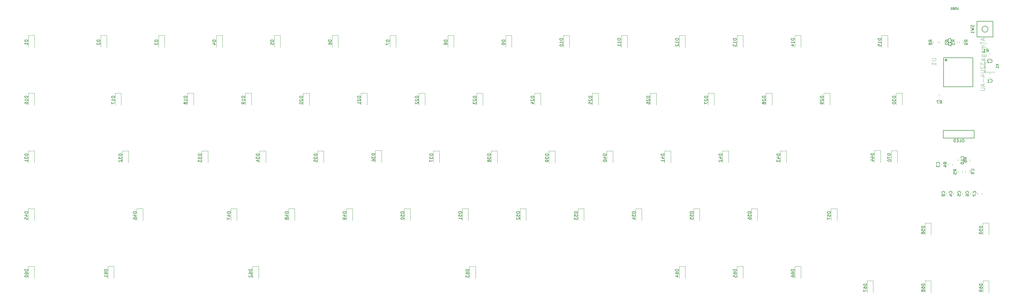
<source format=gbr>
%TF.GenerationSoftware,KiCad,Pcbnew,(5.1.9)-1*%
%TF.CreationDate,2021-07-19T10:18:42-07:00*%
%TF.ProjectId,unsplit-keyboard,756e7370-6c69-4742-9d6b-6579626f6172,rev?*%
%TF.SameCoordinates,Original*%
%TF.FileFunction,Legend,Bot*%
%TF.FilePolarity,Positive*%
%FSLAX46Y46*%
G04 Gerber Fmt 4.6, Leading zero omitted, Abs format (unit mm)*
G04 Created by KiCad (PCBNEW (5.1.9)-1) date 2021-07-19 10:18:42*
%MOMM*%
%LPD*%
G01*
G04 APERTURE LIST*
%ADD10C,0.120000*%
%ADD11C,0.150000*%
%ADD12C,0.203200*%
%ADD13C,0.254000*%
%ADD14C,0.050000*%
G04 APERTURE END LIST*
D10*
%TO.C,D70*%
X316500000Y-61123000D02*
X318500000Y-61123000D01*
X318500000Y-61123000D02*
X318500000Y-65023000D01*
X316500000Y-61123000D02*
X316500000Y-65023000D01*
%TO.C,D69*%
X346662500Y-104112500D02*
X348662500Y-104112500D01*
X348662500Y-104112500D02*
X348662500Y-108012500D01*
X346662500Y-104112500D02*
X346662500Y-108012500D01*
%TO.C,D68*%
X327612500Y-104112500D02*
X329612500Y-104112500D01*
X329612500Y-104112500D02*
X329612500Y-108012500D01*
X327612500Y-104112500D02*
X327612500Y-108012500D01*
%TO.C,D67*%
X308562500Y-104112500D02*
X310562500Y-104112500D01*
X310562500Y-104112500D02*
X310562500Y-108012500D01*
X308562500Y-104112500D02*
X308562500Y-108012500D01*
%TO.C,D66*%
X284750000Y-99350000D02*
X286750000Y-99350000D01*
X286750000Y-99350000D02*
X286750000Y-103250000D01*
X284750000Y-99350000D02*
X284750000Y-103250000D01*
%TO.C,D65*%
X265700000Y-99350000D02*
X267700000Y-99350000D01*
X267700000Y-99350000D02*
X267700000Y-103250000D01*
X265700000Y-99350000D02*
X265700000Y-103250000D01*
%TO.C,D64*%
X246650000Y-99350000D02*
X248650000Y-99350000D01*
X248650000Y-99350000D02*
X248650000Y-103250000D01*
X246650000Y-99350000D02*
X246650000Y-103250000D01*
%TO.C,D63*%
X177593750Y-99350000D02*
X179593750Y-99350000D01*
X179593750Y-99350000D02*
X179593750Y-103250000D01*
X177593750Y-99350000D02*
X177593750Y-103250000D01*
%TO.C,D62*%
X106156250Y-99350000D02*
X108156250Y-99350000D01*
X108156250Y-99350000D02*
X108156250Y-103250000D01*
X106156250Y-99350000D02*
X106156250Y-103250000D01*
%TO.C,D61*%
X58531250Y-99350000D02*
X60531250Y-99350000D01*
X60531250Y-99350000D02*
X60531250Y-103250000D01*
X58531250Y-99350000D02*
X58531250Y-103250000D01*
%TO.C,D60*%
X32337500Y-99350000D02*
X34337500Y-99350000D01*
X34337500Y-99350000D02*
X34337500Y-103250000D01*
X32337500Y-99350000D02*
X32337500Y-103250000D01*
%TO.C,D59*%
X346662500Y-85062500D02*
X348662500Y-85062500D01*
X348662500Y-85062500D02*
X348662500Y-88962500D01*
X346662500Y-85062500D02*
X346662500Y-88962500D01*
%TO.C,D58*%
X327612500Y-85062500D02*
X329612500Y-85062500D01*
X329612500Y-85062500D02*
X329612500Y-88962500D01*
X327612500Y-85062500D02*
X327612500Y-88962500D01*
%TO.C,D57*%
X296656250Y-80300000D02*
X298656250Y-80300000D01*
X298656250Y-80300000D02*
X298656250Y-84200000D01*
X296656250Y-80300000D02*
X296656250Y-84200000D01*
%TO.C,D56*%
X270462500Y-80300000D02*
X272462500Y-80300000D01*
X272462500Y-80300000D02*
X272462500Y-84200000D01*
X270462500Y-80300000D02*
X270462500Y-84200000D01*
%TO.C,D55*%
X251412500Y-80300000D02*
X253412500Y-80300000D01*
X253412500Y-80300000D02*
X253412500Y-84200000D01*
X251412500Y-80300000D02*
X251412500Y-84200000D01*
%TO.C,D54*%
X232362500Y-80300000D02*
X234362500Y-80300000D01*
X234362500Y-80300000D02*
X234362500Y-84200000D01*
X232362500Y-80300000D02*
X232362500Y-84200000D01*
%TO.C,D53*%
X213312500Y-80300000D02*
X215312500Y-80300000D01*
X215312500Y-80300000D02*
X215312500Y-84200000D01*
X213312500Y-80300000D02*
X213312500Y-84200000D01*
%TO.C,D52*%
X194262500Y-80300000D02*
X196262500Y-80300000D01*
X196262500Y-80300000D02*
X196262500Y-84200000D01*
X194262500Y-80300000D02*
X194262500Y-84200000D01*
%TO.C,D51*%
X175212500Y-80300000D02*
X177212500Y-80300000D01*
X177212500Y-80300000D02*
X177212500Y-84200000D01*
X175212500Y-80300000D02*
X175212500Y-84200000D01*
%TO.C,D50*%
X156162500Y-80300000D02*
X158162500Y-80300000D01*
X158162500Y-80300000D02*
X158162500Y-84200000D01*
X156162500Y-80300000D02*
X156162500Y-84200000D01*
%TO.C,D49*%
X137112500Y-80300000D02*
X139112500Y-80300000D01*
X139112500Y-80300000D02*
X139112500Y-84200000D01*
X137112500Y-80300000D02*
X137112500Y-84200000D01*
%TO.C,D48*%
X118062500Y-80300000D02*
X120062500Y-80300000D01*
X120062500Y-80300000D02*
X120062500Y-84200000D01*
X118062500Y-80300000D02*
X118062500Y-84200000D01*
%TO.C,D47*%
X99012500Y-80300000D02*
X101012500Y-80300000D01*
X101012500Y-80300000D02*
X101012500Y-84200000D01*
X99012500Y-80300000D02*
X99012500Y-84200000D01*
%TO.C,D46*%
X68056250Y-80300000D02*
X70056250Y-80300000D01*
X70056250Y-80300000D02*
X70056250Y-84200000D01*
X68056250Y-80300000D02*
X68056250Y-84200000D01*
%TO.C,D45*%
X32337500Y-80300000D02*
X34337500Y-80300000D01*
X34337500Y-80300000D02*
X34337500Y-84200000D01*
X32337500Y-80300000D02*
X32337500Y-84200000D01*
%TO.C,D44*%
X310943750Y-61106250D02*
X312943750Y-61106250D01*
X312943750Y-61106250D02*
X312943750Y-65006250D01*
X310943750Y-61106250D02*
X310943750Y-65006250D01*
%TO.C,D43*%
X279987500Y-61250000D02*
X281987500Y-61250000D01*
X281987500Y-61250000D02*
X281987500Y-65150000D01*
X279987500Y-61250000D02*
X279987500Y-65150000D01*
%TO.C,D42*%
X260937500Y-61250000D02*
X262937500Y-61250000D01*
X262937500Y-61250000D02*
X262937500Y-65150000D01*
X260937500Y-61250000D02*
X260937500Y-65150000D01*
%TO.C,D41*%
X241887500Y-61250000D02*
X243887500Y-61250000D01*
X243887500Y-61250000D02*
X243887500Y-65150000D01*
X241887500Y-61250000D02*
X241887500Y-65150000D01*
%TO.C,D40*%
X222837500Y-61250000D02*
X224837500Y-61250000D01*
X224837500Y-61250000D02*
X224837500Y-65150000D01*
X222837500Y-61250000D02*
X222837500Y-65150000D01*
%TO.C,D39*%
X203787500Y-61250000D02*
X205787500Y-61250000D01*
X205787500Y-61250000D02*
X205787500Y-65150000D01*
X203787500Y-61250000D02*
X203787500Y-65150000D01*
%TO.C,D38*%
X184737500Y-61250000D02*
X186737500Y-61250000D01*
X186737500Y-61250000D02*
X186737500Y-65150000D01*
X184737500Y-61250000D02*
X184737500Y-65150000D01*
%TO.C,D37*%
X165687500Y-61250000D02*
X167687500Y-61250000D01*
X167687500Y-61250000D02*
X167687500Y-65150000D01*
X165687500Y-61250000D02*
X165687500Y-65150000D01*
%TO.C,D36*%
X146637500Y-61106250D02*
X148637500Y-61106250D01*
X148637500Y-61106250D02*
X148637500Y-65006250D01*
X146637500Y-61106250D02*
X146637500Y-65006250D01*
%TO.C,D35*%
X127587500Y-61250000D02*
X129587500Y-61250000D01*
X129587500Y-61250000D02*
X129587500Y-65150000D01*
X127587500Y-61250000D02*
X127587500Y-65150000D01*
%TO.C,D34*%
X108537500Y-61250000D02*
X110537500Y-61250000D01*
X110537500Y-61250000D02*
X110537500Y-65150000D01*
X108537500Y-61250000D02*
X108537500Y-65150000D01*
%TO.C,D33*%
X89487500Y-61250000D02*
X91487500Y-61250000D01*
X91487500Y-61250000D02*
X91487500Y-65150000D01*
X89487500Y-61250000D02*
X89487500Y-65150000D01*
%TO.C,D32*%
X63293750Y-61250000D02*
X65293750Y-61250000D01*
X65293750Y-61250000D02*
X65293750Y-65150000D01*
X63293750Y-61250000D02*
X63293750Y-65150000D01*
%TO.C,D31*%
X32337500Y-61250000D02*
X34337500Y-61250000D01*
X34337500Y-61250000D02*
X34337500Y-65150000D01*
X32337500Y-61250000D02*
X32337500Y-65150000D01*
%TO.C,D30*%
X318087500Y-42200000D02*
X320087500Y-42200000D01*
X320087500Y-42200000D02*
X320087500Y-46100000D01*
X318087500Y-42200000D02*
X318087500Y-46100000D01*
%TO.C,D29*%
X294275000Y-42200000D02*
X296275000Y-42200000D01*
X296275000Y-42200000D02*
X296275000Y-46100000D01*
X294275000Y-42200000D02*
X294275000Y-46100000D01*
%TO.C,D28*%
X275225000Y-42200000D02*
X277225000Y-42200000D01*
X277225000Y-42200000D02*
X277225000Y-46100000D01*
X275225000Y-42200000D02*
X275225000Y-46100000D01*
%TO.C,D27*%
X256175000Y-42200000D02*
X258175000Y-42200000D01*
X258175000Y-42200000D02*
X258175000Y-46100000D01*
X256175000Y-42200000D02*
X256175000Y-46100000D01*
%TO.C,D26*%
X237125000Y-42200000D02*
X239125000Y-42200000D01*
X239125000Y-42200000D02*
X239125000Y-46100000D01*
X237125000Y-42200000D02*
X237125000Y-46100000D01*
%TO.C,D25*%
X218075000Y-42200000D02*
X220075000Y-42200000D01*
X220075000Y-42200000D02*
X220075000Y-46100000D01*
X218075000Y-42200000D02*
X218075000Y-46100000D01*
%TO.C,D24*%
X199025000Y-42200000D02*
X201025000Y-42200000D01*
X201025000Y-42200000D02*
X201025000Y-46100000D01*
X199025000Y-42200000D02*
X199025000Y-46100000D01*
%TO.C,D23*%
X179975000Y-42200000D02*
X181975000Y-42200000D01*
X181975000Y-42200000D02*
X181975000Y-46100000D01*
X179975000Y-42200000D02*
X179975000Y-46100000D01*
%TO.C,D22*%
X160925000Y-42200000D02*
X162925000Y-42200000D01*
X162925000Y-42200000D02*
X162925000Y-46100000D01*
X160925000Y-42200000D02*
X160925000Y-46100000D01*
%TO.C,D21*%
X141875000Y-42200000D02*
X143875000Y-42200000D01*
X143875000Y-42200000D02*
X143875000Y-46100000D01*
X141875000Y-42200000D02*
X141875000Y-46100000D01*
%TO.C,D20*%
X122825000Y-42200000D02*
X124825000Y-42200000D01*
X124825000Y-42200000D02*
X124825000Y-46100000D01*
X122825000Y-42200000D02*
X122825000Y-46100000D01*
%TO.C,D19*%
X103775000Y-42200000D02*
X105775000Y-42200000D01*
X105775000Y-42200000D02*
X105775000Y-46100000D01*
X103775000Y-42200000D02*
X103775000Y-46100000D01*
%TO.C,D18*%
X84725000Y-42200000D02*
X86725000Y-42200000D01*
X86725000Y-42200000D02*
X86725000Y-46100000D01*
X84725000Y-42200000D02*
X84725000Y-46100000D01*
%TO.C,D17*%
X60912500Y-42200000D02*
X62912500Y-42200000D01*
X62912500Y-42200000D02*
X62912500Y-46100000D01*
X60912500Y-42200000D02*
X60912500Y-46100000D01*
%TO.C,D16*%
X32337500Y-42200000D02*
X34337500Y-42200000D01*
X34337500Y-42200000D02*
X34337500Y-46100000D01*
X32337500Y-42200000D02*
X32337500Y-46100000D01*
%TO.C,D15*%
X313325000Y-23150000D02*
X315325000Y-23150000D01*
X315325000Y-23150000D02*
X315325000Y-27050000D01*
X313325000Y-23150000D02*
X313325000Y-27050000D01*
%TO.C,D14*%
X284750000Y-23150000D02*
X286750000Y-23150000D01*
X286750000Y-23150000D02*
X286750000Y-27050000D01*
X284750000Y-23150000D02*
X284750000Y-27050000D01*
%TO.C,D13*%
X265700000Y-23150000D02*
X267700000Y-23150000D01*
X267700000Y-23150000D02*
X267700000Y-27050000D01*
X265700000Y-23150000D02*
X265700000Y-27050000D01*
%TO.C,D12*%
X246650000Y-23150000D02*
X248650000Y-23150000D01*
X248650000Y-23150000D02*
X248650000Y-27050000D01*
X246650000Y-23150000D02*
X246650000Y-27050000D01*
%TO.C,D11*%
X227600000Y-23150000D02*
X229600000Y-23150000D01*
X229600000Y-23150000D02*
X229600000Y-27050000D01*
X227600000Y-23150000D02*
X227600000Y-27050000D01*
%TO.C,D10*%
X208550000Y-23150000D02*
X210550000Y-23150000D01*
X210550000Y-23150000D02*
X210550000Y-27050000D01*
X208550000Y-23150000D02*
X208550000Y-27050000D01*
%TO.C,D9*%
X189500000Y-23150000D02*
X191500000Y-23150000D01*
X191500000Y-23150000D02*
X191500000Y-27050000D01*
X189500000Y-23150000D02*
X189500000Y-27050000D01*
%TO.C,D8*%
X170450000Y-23150000D02*
X172450000Y-23150000D01*
X172450000Y-23150000D02*
X172450000Y-27050000D01*
X170450000Y-23150000D02*
X170450000Y-27050000D01*
%TO.C,D7*%
X151400000Y-23150000D02*
X153400000Y-23150000D01*
X153400000Y-23150000D02*
X153400000Y-27050000D01*
X151400000Y-23150000D02*
X151400000Y-27050000D01*
%TO.C,D6*%
X132350000Y-23150000D02*
X134350000Y-23150000D01*
X134350000Y-23150000D02*
X134350000Y-27050000D01*
X132350000Y-23150000D02*
X132350000Y-27050000D01*
%TO.C,D5*%
X113300000Y-23150000D02*
X115300000Y-23150000D01*
X115300000Y-23150000D02*
X115300000Y-27050000D01*
X113300000Y-23150000D02*
X113300000Y-27050000D01*
%TO.C,D4*%
X94250000Y-23150000D02*
X96250000Y-23150000D01*
X96250000Y-23150000D02*
X96250000Y-27050000D01*
X94250000Y-23150000D02*
X94250000Y-27050000D01*
%TO.C,D3*%
X75200000Y-23150000D02*
X77200000Y-23150000D01*
X77200000Y-23150000D02*
X77200000Y-27050000D01*
X75200000Y-23150000D02*
X75200000Y-27050000D01*
%TO.C,D2*%
X56150000Y-23150000D02*
X58150000Y-23150000D01*
X58150000Y-23150000D02*
X58150000Y-27050000D01*
X56150000Y-23150000D02*
X56150000Y-27050000D01*
%TO.C,D1*%
X32337500Y-23150000D02*
X34337500Y-23150000D01*
X34337500Y-23150000D02*
X34337500Y-27050000D01*
X32337500Y-23150000D02*
X32337500Y-27050000D01*
%TO.C,R9*%
X338863000Y-25627064D02*
X338863000Y-25172936D01*
X340333000Y-25627064D02*
X340333000Y-25172936D01*
%TO.C,R8*%
X331824000Y-25172936D02*
X331824000Y-25627064D01*
X330354000Y-25172936D02*
X330354000Y-25627064D01*
D11*
%TO.C,SW1*%
X348345000Y-21082000D02*
G75*
G03*
X348345000Y-21082000I-1000000J0D01*
G01*
X344745000Y-23682000D02*
X349945000Y-23682000D01*
X344745000Y-18482000D02*
X344745000Y-23682000D01*
X349945000Y-18482000D02*
X344745000Y-18482000D01*
X349945000Y-23682000D02*
X349945000Y-18482000D01*
D10*
%TO.C,R1*%
X347460836Y-25769900D02*
X347914964Y-25769900D01*
X347460836Y-27239900D02*
X347914964Y-27239900D01*
%TO.C,X1*%
X347339650Y-35267650D02*
X347339650Y-31267650D01*
X350639650Y-35267650D02*
X347339650Y-35267650D01*
%TO.C,C7*%
X346390900Y-75087848D02*
X346390900Y-75610352D01*
X344920900Y-75087848D02*
X344920900Y-75610352D01*
%TO.C,C4*%
X338516900Y-75087848D02*
X338516900Y-75610352D01*
X337046900Y-75087848D02*
X337046900Y-75610352D01*
%TO.C,C6*%
X343977900Y-75087848D02*
X343977900Y-75610352D01*
X342507900Y-75087848D02*
X342507900Y-75610352D01*
%TO.C,C5*%
X341310900Y-75087848D02*
X341310900Y-75610352D01*
X339840900Y-75087848D02*
X339840900Y-75610352D01*
%TO.C,C2*%
X348639498Y-29268750D02*
X349162002Y-29268750D01*
X348639498Y-30738750D02*
X349162002Y-30738750D01*
%TO.C,C8*%
X336103900Y-75087848D02*
X336103900Y-75610352D01*
X334633900Y-75087848D02*
X334633900Y-75610352D01*
%TO.C,C1*%
X348705498Y-35745750D02*
X349228002Y-35745750D01*
X348705498Y-37215750D02*
X349228002Y-37215750D01*
D12*
%TO.C,U1*%
X333739240Y-30464090D02*
X333739240Y-40064090D01*
X333739240Y-40064090D02*
X343339240Y-40064090D01*
X343339240Y-40064090D02*
X343339240Y-30464090D01*
X343339240Y-30464090D02*
X333739240Y-30464090D01*
D13*
X334821940Y-31264090D02*
G75*
G03*
X334821940Y-31264090I-282700J0D01*
G01*
D10*
%TO.C,C3*%
X332900350Y-65480298D02*
X332900350Y-66002802D01*
X334370350Y-65480298D02*
X334370350Y-66002802D01*
%TO.C,C10*%
X340901350Y-64013048D02*
X340901350Y-64535552D01*
X342371350Y-64013048D02*
X342371350Y-64535552D01*
%TO.C,C9*%
X342371350Y-68288802D02*
X342371350Y-67766298D01*
X340901350Y-68288802D02*
X340901350Y-67766298D01*
%TO.C,R5*%
X338451100Y-67893986D02*
X338451100Y-68348114D01*
X339921100Y-67893986D02*
X339921100Y-68348114D01*
%TO.C,R6*%
X339958350Y-64444614D02*
X339958350Y-63990486D01*
X338488350Y-64444614D02*
X338488350Y-63990486D01*
%TO.C,R4*%
X335186350Y-65514486D02*
X335186350Y-65968614D01*
X336656350Y-65514486D02*
X336656350Y-65968614D01*
%TO.C,R7*%
X332123676Y-42784090D02*
X332577804Y-42784090D01*
X332123676Y-44254090D02*
X332577804Y-44254090D01*
%TO.C,R3*%
X336016270Y-25628334D02*
X336016270Y-25174206D01*
X334546270Y-25628334D02*
X334546270Y-25174206D01*
%TO.C,R2*%
X333951250Y-25628334D02*
X333951250Y-25174206D01*
X332481250Y-25628334D02*
X332481250Y-25174206D01*
D11*
%TO.C,OL1*%
X343789000Y-54483000D02*
X343789000Y-57023000D01*
X333629000Y-54483000D02*
X343789000Y-54483000D01*
X333629000Y-57023000D02*
X333629000Y-54483000D01*
X343789000Y-57023000D02*
X333629000Y-57023000D01*
D10*
%TO.C,C11*%
X336704000Y-25138748D02*
X336704000Y-25661252D01*
X338174000Y-25138748D02*
X338174000Y-25661252D01*
%TO.C,D70*%
D11*
X316302380Y-62158714D02*
X315302380Y-62158714D01*
X315302380Y-62396809D01*
X315350000Y-62539666D01*
X315445238Y-62634904D01*
X315540476Y-62682523D01*
X315730952Y-62730142D01*
X315873809Y-62730142D01*
X316064285Y-62682523D01*
X316159523Y-62634904D01*
X316254761Y-62539666D01*
X316302380Y-62396809D01*
X316302380Y-62158714D01*
X315302380Y-63063476D02*
X315302380Y-63730142D01*
X316302380Y-63301571D01*
X315302380Y-64301571D02*
X315302380Y-64396809D01*
X315350000Y-64492047D01*
X315397619Y-64539666D01*
X315492857Y-64587285D01*
X315683333Y-64634904D01*
X315921428Y-64634904D01*
X316111904Y-64587285D01*
X316207142Y-64539666D01*
X316254761Y-64492047D01*
X316302380Y-64396809D01*
X316302380Y-64301571D01*
X316254761Y-64206333D01*
X316207142Y-64158714D01*
X316111904Y-64111095D01*
X315921428Y-64063476D01*
X315683333Y-64063476D01*
X315492857Y-64111095D01*
X315397619Y-64158714D01*
X315350000Y-64206333D01*
X315302380Y-64301571D01*
%TO.C,D69*%
X346464880Y-105148214D02*
X345464880Y-105148214D01*
X345464880Y-105386309D01*
X345512500Y-105529166D01*
X345607738Y-105624404D01*
X345702976Y-105672023D01*
X345893452Y-105719642D01*
X346036309Y-105719642D01*
X346226785Y-105672023D01*
X346322023Y-105624404D01*
X346417261Y-105529166D01*
X346464880Y-105386309D01*
X346464880Y-105148214D01*
X345464880Y-106576785D02*
X345464880Y-106386309D01*
X345512500Y-106291071D01*
X345560119Y-106243452D01*
X345702976Y-106148214D01*
X345893452Y-106100595D01*
X346274404Y-106100595D01*
X346369642Y-106148214D01*
X346417261Y-106195833D01*
X346464880Y-106291071D01*
X346464880Y-106481547D01*
X346417261Y-106576785D01*
X346369642Y-106624404D01*
X346274404Y-106672023D01*
X346036309Y-106672023D01*
X345941071Y-106624404D01*
X345893452Y-106576785D01*
X345845833Y-106481547D01*
X345845833Y-106291071D01*
X345893452Y-106195833D01*
X345941071Y-106148214D01*
X346036309Y-106100595D01*
X346464880Y-107148214D02*
X346464880Y-107338690D01*
X346417261Y-107433928D01*
X346369642Y-107481547D01*
X346226785Y-107576785D01*
X346036309Y-107624404D01*
X345655357Y-107624404D01*
X345560119Y-107576785D01*
X345512500Y-107529166D01*
X345464880Y-107433928D01*
X345464880Y-107243452D01*
X345512500Y-107148214D01*
X345560119Y-107100595D01*
X345655357Y-107052976D01*
X345893452Y-107052976D01*
X345988690Y-107100595D01*
X346036309Y-107148214D01*
X346083928Y-107243452D01*
X346083928Y-107433928D01*
X346036309Y-107529166D01*
X345988690Y-107576785D01*
X345893452Y-107624404D01*
%TO.C,D68*%
X327414880Y-105148214D02*
X326414880Y-105148214D01*
X326414880Y-105386309D01*
X326462500Y-105529166D01*
X326557738Y-105624404D01*
X326652976Y-105672023D01*
X326843452Y-105719642D01*
X326986309Y-105719642D01*
X327176785Y-105672023D01*
X327272023Y-105624404D01*
X327367261Y-105529166D01*
X327414880Y-105386309D01*
X327414880Y-105148214D01*
X326414880Y-106576785D02*
X326414880Y-106386309D01*
X326462500Y-106291071D01*
X326510119Y-106243452D01*
X326652976Y-106148214D01*
X326843452Y-106100595D01*
X327224404Y-106100595D01*
X327319642Y-106148214D01*
X327367261Y-106195833D01*
X327414880Y-106291071D01*
X327414880Y-106481547D01*
X327367261Y-106576785D01*
X327319642Y-106624404D01*
X327224404Y-106672023D01*
X326986309Y-106672023D01*
X326891071Y-106624404D01*
X326843452Y-106576785D01*
X326795833Y-106481547D01*
X326795833Y-106291071D01*
X326843452Y-106195833D01*
X326891071Y-106148214D01*
X326986309Y-106100595D01*
X326843452Y-107243452D02*
X326795833Y-107148214D01*
X326748214Y-107100595D01*
X326652976Y-107052976D01*
X326605357Y-107052976D01*
X326510119Y-107100595D01*
X326462500Y-107148214D01*
X326414880Y-107243452D01*
X326414880Y-107433928D01*
X326462500Y-107529166D01*
X326510119Y-107576785D01*
X326605357Y-107624404D01*
X326652976Y-107624404D01*
X326748214Y-107576785D01*
X326795833Y-107529166D01*
X326843452Y-107433928D01*
X326843452Y-107243452D01*
X326891071Y-107148214D01*
X326938690Y-107100595D01*
X327033928Y-107052976D01*
X327224404Y-107052976D01*
X327319642Y-107100595D01*
X327367261Y-107148214D01*
X327414880Y-107243452D01*
X327414880Y-107433928D01*
X327367261Y-107529166D01*
X327319642Y-107576785D01*
X327224404Y-107624404D01*
X327033928Y-107624404D01*
X326938690Y-107576785D01*
X326891071Y-107529166D01*
X326843452Y-107433928D01*
%TO.C,D67*%
X308364880Y-105148214D02*
X307364880Y-105148214D01*
X307364880Y-105386309D01*
X307412500Y-105529166D01*
X307507738Y-105624404D01*
X307602976Y-105672023D01*
X307793452Y-105719642D01*
X307936309Y-105719642D01*
X308126785Y-105672023D01*
X308222023Y-105624404D01*
X308317261Y-105529166D01*
X308364880Y-105386309D01*
X308364880Y-105148214D01*
X307364880Y-106576785D02*
X307364880Y-106386309D01*
X307412500Y-106291071D01*
X307460119Y-106243452D01*
X307602976Y-106148214D01*
X307793452Y-106100595D01*
X308174404Y-106100595D01*
X308269642Y-106148214D01*
X308317261Y-106195833D01*
X308364880Y-106291071D01*
X308364880Y-106481547D01*
X308317261Y-106576785D01*
X308269642Y-106624404D01*
X308174404Y-106672023D01*
X307936309Y-106672023D01*
X307841071Y-106624404D01*
X307793452Y-106576785D01*
X307745833Y-106481547D01*
X307745833Y-106291071D01*
X307793452Y-106195833D01*
X307841071Y-106148214D01*
X307936309Y-106100595D01*
X307364880Y-107005357D02*
X307364880Y-107672023D01*
X308364880Y-107243452D01*
%TO.C,D66*%
X284552380Y-100385714D02*
X283552380Y-100385714D01*
X283552380Y-100623809D01*
X283600000Y-100766666D01*
X283695238Y-100861904D01*
X283790476Y-100909523D01*
X283980952Y-100957142D01*
X284123809Y-100957142D01*
X284314285Y-100909523D01*
X284409523Y-100861904D01*
X284504761Y-100766666D01*
X284552380Y-100623809D01*
X284552380Y-100385714D01*
X283552380Y-101814285D02*
X283552380Y-101623809D01*
X283600000Y-101528571D01*
X283647619Y-101480952D01*
X283790476Y-101385714D01*
X283980952Y-101338095D01*
X284361904Y-101338095D01*
X284457142Y-101385714D01*
X284504761Y-101433333D01*
X284552380Y-101528571D01*
X284552380Y-101719047D01*
X284504761Y-101814285D01*
X284457142Y-101861904D01*
X284361904Y-101909523D01*
X284123809Y-101909523D01*
X284028571Y-101861904D01*
X283980952Y-101814285D01*
X283933333Y-101719047D01*
X283933333Y-101528571D01*
X283980952Y-101433333D01*
X284028571Y-101385714D01*
X284123809Y-101338095D01*
X283552380Y-102766666D02*
X283552380Y-102576190D01*
X283600000Y-102480952D01*
X283647619Y-102433333D01*
X283790476Y-102338095D01*
X283980952Y-102290476D01*
X284361904Y-102290476D01*
X284457142Y-102338095D01*
X284504761Y-102385714D01*
X284552380Y-102480952D01*
X284552380Y-102671428D01*
X284504761Y-102766666D01*
X284457142Y-102814285D01*
X284361904Y-102861904D01*
X284123809Y-102861904D01*
X284028571Y-102814285D01*
X283980952Y-102766666D01*
X283933333Y-102671428D01*
X283933333Y-102480952D01*
X283980952Y-102385714D01*
X284028571Y-102338095D01*
X284123809Y-102290476D01*
%TO.C,D65*%
X265502380Y-100385714D02*
X264502380Y-100385714D01*
X264502380Y-100623809D01*
X264550000Y-100766666D01*
X264645238Y-100861904D01*
X264740476Y-100909523D01*
X264930952Y-100957142D01*
X265073809Y-100957142D01*
X265264285Y-100909523D01*
X265359523Y-100861904D01*
X265454761Y-100766666D01*
X265502380Y-100623809D01*
X265502380Y-100385714D01*
X264502380Y-101814285D02*
X264502380Y-101623809D01*
X264550000Y-101528571D01*
X264597619Y-101480952D01*
X264740476Y-101385714D01*
X264930952Y-101338095D01*
X265311904Y-101338095D01*
X265407142Y-101385714D01*
X265454761Y-101433333D01*
X265502380Y-101528571D01*
X265502380Y-101719047D01*
X265454761Y-101814285D01*
X265407142Y-101861904D01*
X265311904Y-101909523D01*
X265073809Y-101909523D01*
X264978571Y-101861904D01*
X264930952Y-101814285D01*
X264883333Y-101719047D01*
X264883333Y-101528571D01*
X264930952Y-101433333D01*
X264978571Y-101385714D01*
X265073809Y-101338095D01*
X264502380Y-102814285D02*
X264502380Y-102338095D01*
X264978571Y-102290476D01*
X264930952Y-102338095D01*
X264883333Y-102433333D01*
X264883333Y-102671428D01*
X264930952Y-102766666D01*
X264978571Y-102814285D01*
X265073809Y-102861904D01*
X265311904Y-102861904D01*
X265407142Y-102814285D01*
X265454761Y-102766666D01*
X265502380Y-102671428D01*
X265502380Y-102433333D01*
X265454761Y-102338095D01*
X265407142Y-102290476D01*
%TO.C,D64*%
X246452380Y-100385714D02*
X245452380Y-100385714D01*
X245452380Y-100623809D01*
X245500000Y-100766666D01*
X245595238Y-100861904D01*
X245690476Y-100909523D01*
X245880952Y-100957142D01*
X246023809Y-100957142D01*
X246214285Y-100909523D01*
X246309523Y-100861904D01*
X246404761Y-100766666D01*
X246452380Y-100623809D01*
X246452380Y-100385714D01*
X245452380Y-101814285D02*
X245452380Y-101623809D01*
X245500000Y-101528571D01*
X245547619Y-101480952D01*
X245690476Y-101385714D01*
X245880952Y-101338095D01*
X246261904Y-101338095D01*
X246357142Y-101385714D01*
X246404761Y-101433333D01*
X246452380Y-101528571D01*
X246452380Y-101719047D01*
X246404761Y-101814285D01*
X246357142Y-101861904D01*
X246261904Y-101909523D01*
X246023809Y-101909523D01*
X245928571Y-101861904D01*
X245880952Y-101814285D01*
X245833333Y-101719047D01*
X245833333Y-101528571D01*
X245880952Y-101433333D01*
X245928571Y-101385714D01*
X246023809Y-101338095D01*
X245785714Y-102766666D02*
X246452380Y-102766666D01*
X245404761Y-102528571D02*
X246119047Y-102290476D01*
X246119047Y-102909523D01*
%TO.C,D63*%
X177396130Y-100385714D02*
X176396130Y-100385714D01*
X176396130Y-100623809D01*
X176443750Y-100766666D01*
X176538988Y-100861904D01*
X176634226Y-100909523D01*
X176824702Y-100957142D01*
X176967559Y-100957142D01*
X177158035Y-100909523D01*
X177253273Y-100861904D01*
X177348511Y-100766666D01*
X177396130Y-100623809D01*
X177396130Y-100385714D01*
X176396130Y-101814285D02*
X176396130Y-101623809D01*
X176443750Y-101528571D01*
X176491369Y-101480952D01*
X176634226Y-101385714D01*
X176824702Y-101338095D01*
X177205654Y-101338095D01*
X177300892Y-101385714D01*
X177348511Y-101433333D01*
X177396130Y-101528571D01*
X177396130Y-101719047D01*
X177348511Y-101814285D01*
X177300892Y-101861904D01*
X177205654Y-101909523D01*
X176967559Y-101909523D01*
X176872321Y-101861904D01*
X176824702Y-101814285D01*
X176777083Y-101719047D01*
X176777083Y-101528571D01*
X176824702Y-101433333D01*
X176872321Y-101385714D01*
X176967559Y-101338095D01*
X176396130Y-102242857D02*
X176396130Y-102861904D01*
X176777083Y-102528571D01*
X176777083Y-102671428D01*
X176824702Y-102766666D01*
X176872321Y-102814285D01*
X176967559Y-102861904D01*
X177205654Y-102861904D01*
X177300892Y-102814285D01*
X177348511Y-102766666D01*
X177396130Y-102671428D01*
X177396130Y-102385714D01*
X177348511Y-102290476D01*
X177300892Y-102242857D01*
%TO.C,D62*%
X105958630Y-100385714D02*
X104958630Y-100385714D01*
X104958630Y-100623809D01*
X105006250Y-100766666D01*
X105101488Y-100861904D01*
X105196726Y-100909523D01*
X105387202Y-100957142D01*
X105530059Y-100957142D01*
X105720535Y-100909523D01*
X105815773Y-100861904D01*
X105911011Y-100766666D01*
X105958630Y-100623809D01*
X105958630Y-100385714D01*
X104958630Y-101814285D02*
X104958630Y-101623809D01*
X105006250Y-101528571D01*
X105053869Y-101480952D01*
X105196726Y-101385714D01*
X105387202Y-101338095D01*
X105768154Y-101338095D01*
X105863392Y-101385714D01*
X105911011Y-101433333D01*
X105958630Y-101528571D01*
X105958630Y-101719047D01*
X105911011Y-101814285D01*
X105863392Y-101861904D01*
X105768154Y-101909523D01*
X105530059Y-101909523D01*
X105434821Y-101861904D01*
X105387202Y-101814285D01*
X105339583Y-101719047D01*
X105339583Y-101528571D01*
X105387202Y-101433333D01*
X105434821Y-101385714D01*
X105530059Y-101338095D01*
X105053869Y-102290476D02*
X105006250Y-102338095D01*
X104958630Y-102433333D01*
X104958630Y-102671428D01*
X105006250Y-102766666D01*
X105053869Y-102814285D01*
X105149107Y-102861904D01*
X105244345Y-102861904D01*
X105387202Y-102814285D01*
X105958630Y-102242857D01*
X105958630Y-102861904D01*
%TO.C,D61*%
X58333630Y-100385714D02*
X57333630Y-100385714D01*
X57333630Y-100623809D01*
X57381250Y-100766666D01*
X57476488Y-100861904D01*
X57571726Y-100909523D01*
X57762202Y-100957142D01*
X57905059Y-100957142D01*
X58095535Y-100909523D01*
X58190773Y-100861904D01*
X58286011Y-100766666D01*
X58333630Y-100623809D01*
X58333630Y-100385714D01*
X57333630Y-101814285D02*
X57333630Y-101623809D01*
X57381250Y-101528571D01*
X57428869Y-101480952D01*
X57571726Y-101385714D01*
X57762202Y-101338095D01*
X58143154Y-101338095D01*
X58238392Y-101385714D01*
X58286011Y-101433333D01*
X58333630Y-101528571D01*
X58333630Y-101719047D01*
X58286011Y-101814285D01*
X58238392Y-101861904D01*
X58143154Y-101909523D01*
X57905059Y-101909523D01*
X57809821Y-101861904D01*
X57762202Y-101814285D01*
X57714583Y-101719047D01*
X57714583Y-101528571D01*
X57762202Y-101433333D01*
X57809821Y-101385714D01*
X57905059Y-101338095D01*
X58333630Y-102861904D02*
X58333630Y-102290476D01*
X58333630Y-102576190D02*
X57333630Y-102576190D01*
X57476488Y-102480952D01*
X57571726Y-102385714D01*
X57619345Y-102290476D01*
%TO.C,D60*%
X32139880Y-100385714D02*
X31139880Y-100385714D01*
X31139880Y-100623809D01*
X31187500Y-100766666D01*
X31282738Y-100861904D01*
X31377976Y-100909523D01*
X31568452Y-100957142D01*
X31711309Y-100957142D01*
X31901785Y-100909523D01*
X31997023Y-100861904D01*
X32092261Y-100766666D01*
X32139880Y-100623809D01*
X32139880Y-100385714D01*
X31139880Y-101814285D02*
X31139880Y-101623809D01*
X31187500Y-101528571D01*
X31235119Y-101480952D01*
X31377976Y-101385714D01*
X31568452Y-101338095D01*
X31949404Y-101338095D01*
X32044642Y-101385714D01*
X32092261Y-101433333D01*
X32139880Y-101528571D01*
X32139880Y-101719047D01*
X32092261Y-101814285D01*
X32044642Y-101861904D01*
X31949404Y-101909523D01*
X31711309Y-101909523D01*
X31616071Y-101861904D01*
X31568452Y-101814285D01*
X31520833Y-101719047D01*
X31520833Y-101528571D01*
X31568452Y-101433333D01*
X31616071Y-101385714D01*
X31711309Y-101338095D01*
X31139880Y-102528571D02*
X31139880Y-102623809D01*
X31187500Y-102719047D01*
X31235119Y-102766666D01*
X31330357Y-102814285D01*
X31520833Y-102861904D01*
X31758928Y-102861904D01*
X31949404Y-102814285D01*
X32044642Y-102766666D01*
X32092261Y-102719047D01*
X32139880Y-102623809D01*
X32139880Y-102528571D01*
X32092261Y-102433333D01*
X32044642Y-102385714D01*
X31949404Y-102338095D01*
X31758928Y-102290476D01*
X31520833Y-102290476D01*
X31330357Y-102338095D01*
X31235119Y-102385714D01*
X31187500Y-102433333D01*
X31139880Y-102528571D01*
%TO.C,D59*%
X346464880Y-86098214D02*
X345464880Y-86098214D01*
X345464880Y-86336309D01*
X345512500Y-86479166D01*
X345607738Y-86574404D01*
X345702976Y-86622023D01*
X345893452Y-86669642D01*
X346036309Y-86669642D01*
X346226785Y-86622023D01*
X346322023Y-86574404D01*
X346417261Y-86479166D01*
X346464880Y-86336309D01*
X346464880Y-86098214D01*
X345464880Y-87574404D02*
X345464880Y-87098214D01*
X345941071Y-87050595D01*
X345893452Y-87098214D01*
X345845833Y-87193452D01*
X345845833Y-87431547D01*
X345893452Y-87526785D01*
X345941071Y-87574404D01*
X346036309Y-87622023D01*
X346274404Y-87622023D01*
X346369642Y-87574404D01*
X346417261Y-87526785D01*
X346464880Y-87431547D01*
X346464880Y-87193452D01*
X346417261Y-87098214D01*
X346369642Y-87050595D01*
X346464880Y-88098214D02*
X346464880Y-88288690D01*
X346417261Y-88383928D01*
X346369642Y-88431547D01*
X346226785Y-88526785D01*
X346036309Y-88574404D01*
X345655357Y-88574404D01*
X345560119Y-88526785D01*
X345512500Y-88479166D01*
X345464880Y-88383928D01*
X345464880Y-88193452D01*
X345512500Y-88098214D01*
X345560119Y-88050595D01*
X345655357Y-88002976D01*
X345893452Y-88002976D01*
X345988690Y-88050595D01*
X346036309Y-88098214D01*
X346083928Y-88193452D01*
X346083928Y-88383928D01*
X346036309Y-88479166D01*
X345988690Y-88526785D01*
X345893452Y-88574404D01*
%TO.C,D58*%
X327414880Y-86098214D02*
X326414880Y-86098214D01*
X326414880Y-86336309D01*
X326462500Y-86479166D01*
X326557738Y-86574404D01*
X326652976Y-86622023D01*
X326843452Y-86669642D01*
X326986309Y-86669642D01*
X327176785Y-86622023D01*
X327272023Y-86574404D01*
X327367261Y-86479166D01*
X327414880Y-86336309D01*
X327414880Y-86098214D01*
X326414880Y-87574404D02*
X326414880Y-87098214D01*
X326891071Y-87050595D01*
X326843452Y-87098214D01*
X326795833Y-87193452D01*
X326795833Y-87431547D01*
X326843452Y-87526785D01*
X326891071Y-87574404D01*
X326986309Y-87622023D01*
X327224404Y-87622023D01*
X327319642Y-87574404D01*
X327367261Y-87526785D01*
X327414880Y-87431547D01*
X327414880Y-87193452D01*
X327367261Y-87098214D01*
X327319642Y-87050595D01*
X326843452Y-88193452D02*
X326795833Y-88098214D01*
X326748214Y-88050595D01*
X326652976Y-88002976D01*
X326605357Y-88002976D01*
X326510119Y-88050595D01*
X326462500Y-88098214D01*
X326414880Y-88193452D01*
X326414880Y-88383928D01*
X326462500Y-88479166D01*
X326510119Y-88526785D01*
X326605357Y-88574404D01*
X326652976Y-88574404D01*
X326748214Y-88526785D01*
X326795833Y-88479166D01*
X326843452Y-88383928D01*
X326843452Y-88193452D01*
X326891071Y-88098214D01*
X326938690Y-88050595D01*
X327033928Y-88002976D01*
X327224404Y-88002976D01*
X327319642Y-88050595D01*
X327367261Y-88098214D01*
X327414880Y-88193452D01*
X327414880Y-88383928D01*
X327367261Y-88479166D01*
X327319642Y-88526785D01*
X327224404Y-88574404D01*
X327033928Y-88574404D01*
X326938690Y-88526785D01*
X326891071Y-88479166D01*
X326843452Y-88383928D01*
%TO.C,D57*%
X296458630Y-81335714D02*
X295458630Y-81335714D01*
X295458630Y-81573809D01*
X295506250Y-81716666D01*
X295601488Y-81811904D01*
X295696726Y-81859523D01*
X295887202Y-81907142D01*
X296030059Y-81907142D01*
X296220535Y-81859523D01*
X296315773Y-81811904D01*
X296411011Y-81716666D01*
X296458630Y-81573809D01*
X296458630Y-81335714D01*
X295458630Y-82811904D02*
X295458630Y-82335714D01*
X295934821Y-82288095D01*
X295887202Y-82335714D01*
X295839583Y-82430952D01*
X295839583Y-82669047D01*
X295887202Y-82764285D01*
X295934821Y-82811904D01*
X296030059Y-82859523D01*
X296268154Y-82859523D01*
X296363392Y-82811904D01*
X296411011Y-82764285D01*
X296458630Y-82669047D01*
X296458630Y-82430952D01*
X296411011Y-82335714D01*
X296363392Y-82288095D01*
X295458630Y-83192857D02*
X295458630Y-83859523D01*
X296458630Y-83430952D01*
%TO.C,D56*%
X270264880Y-81335714D02*
X269264880Y-81335714D01*
X269264880Y-81573809D01*
X269312500Y-81716666D01*
X269407738Y-81811904D01*
X269502976Y-81859523D01*
X269693452Y-81907142D01*
X269836309Y-81907142D01*
X270026785Y-81859523D01*
X270122023Y-81811904D01*
X270217261Y-81716666D01*
X270264880Y-81573809D01*
X270264880Y-81335714D01*
X269264880Y-82811904D02*
X269264880Y-82335714D01*
X269741071Y-82288095D01*
X269693452Y-82335714D01*
X269645833Y-82430952D01*
X269645833Y-82669047D01*
X269693452Y-82764285D01*
X269741071Y-82811904D01*
X269836309Y-82859523D01*
X270074404Y-82859523D01*
X270169642Y-82811904D01*
X270217261Y-82764285D01*
X270264880Y-82669047D01*
X270264880Y-82430952D01*
X270217261Y-82335714D01*
X270169642Y-82288095D01*
X269264880Y-83716666D02*
X269264880Y-83526190D01*
X269312500Y-83430952D01*
X269360119Y-83383333D01*
X269502976Y-83288095D01*
X269693452Y-83240476D01*
X270074404Y-83240476D01*
X270169642Y-83288095D01*
X270217261Y-83335714D01*
X270264880Y-83430952D01*
X270264880Y-83621428D01*
X270217261Y-83716666D01*
X270169642Y-83764285D01*
X270074404Y-83811904D01*
X269836309Y-83811904D01*
X269741071Y-83764285D01*
X269693452Y-83716666D01*
X269645833Y-83621428D01*
X269645833Y-83430952D01*
X269693452Y-83335714D01*
X269741071Y-83288095D01*
X269836309Y-83240476D01*
%TO.C,D55*%
X251214880Y-81335714D02*
X250214880Y-81335714D01*
X250214880Y-81573809D01*
X250262500Y-81716666D01*
X250357738Y-81811904D01*
X250452976Y-81859523D01*
X250643452Y-81907142D01*
X250786309Y-81907142D01*
X250976785Y-81859523D01*
X251072023Y-81811904D01*
X251167261Y-81716666D01*
X251214880Y-81573809D01*
X251214880Y-81335714D01*
X250214880Y-82811904D02*
X250214880Y-82335714D01*
X250691071Y-82288095D01*
X250643452Y-82335714D01*
X250595833Y-82430952D01*
X250595833Y-82669047D01*
X250643452Y-82764285D01*
X250691071Y-82811904D01*
X250786309Y-82859523D01*
X251024404Y-82859523D01*
X251119642Y-82811904D01*
X251167261Y-82764285D01*
X251214880Y-82669047D01*
X251214880Y-82430952D01*
X251167261Y-82335714D01*
X251119642Y-82288095D01*
X250214880Y-83764285D02*
X250214880Y-83288095D01*
X250691071Y-83240476D01*
X250643452Y-83288095D01*
X250595833Y-83383333D01*
X250595833Y-83621428D01*
X250643452Y-83716666D01*
X250691071Y-83764285D01*
X250786309Y-83811904D01*
X251024404Y-83811904D01*
X251119642Y-83764285D01*
X251167261Y-83716666D01*
X251214880Y-83621428D01*
X251214880Y-83383333D01*
X251167261Y-83288095D01*
X251119642Y-83240476D01*
%TO.C,D54*%
X232164880Y-81335714D02*
X231164880Y-81335714D01*
X231164880Y-81573809D01*
X231212500Y-81716666D01*
X231307738Y-81811904D01*
X231402976Y-81859523D01*
X231593452Y-81907142D01*
X231736309Y-81907142D01*
X231926785Y-81859523D01*
X232022023Y-81811904D01*
X232117261Y-81716666D01*
X232164880Y-81573809D01*
X232164880Y-81335714D01*
X231164880Y-82811904D02*
X231164880Y-82335714D01*
X231641071Y-82288095D01*
X231593452Y-82335714D01*
X231545833Y-82430952D01*
X231545833Y-82669047D01*
X231593452Y-82764285D01*
X231641071Y-82811904D01*
X231736309Y-82859523D01*
X231974404Y-82859523D01*
X232069642Y-82811904D01*
X232117261Y-82764285D01*
X232164880Y-82669047D01*
X232164880Y-82430952D01*
X232117261Y-82335714D01*
X232069642Y-82288095D01*
X231498214Y-83716666D02*
X232164880Y-83716666D01*
X231117261Y-83478571D02*
X231831547Y-83240476D01*
X231831547Y-83859523D01*
%TO.C,D53*%
X213114880Y-81335714D02*
X212114880Y-81335714D01*
X212114880Y-81573809D01*
X212162500Y-81716666D01*
X212257738Y-81811904D01*
X212352976Y-81859523D01*
X212543452Y-81907142D01*
X212686309Y-81907142D01*
X212876785Y-81859523D01*
X212972023Y-81811904D01*
X213067261Y-81716666D01*
X213114880Y-81573809D01*
X213114880Y-81335714D01*
X212114880Y-82811904D02*
X212114880Y-82335714D01*
X212591071Y-82288095D01*
X212543452Y-82335714D01*
X212495833Y-82430952D01*
X212495833Y-82669047D01*
X212543452Y-82764285D01*
X212591071Y-82811904D01*
X212686309Y-82859523D01*
X212924404Y-82859523D01*
X213019642Y-82811904D01*
X213067261Y-82764285D01*
X213114880Y-82669047D01*
X213114880Y-82430952D01*
X213067261Y-82335714D01*
X213019642Y-82288095D01*
X212114880Y-83192857D02*
X212114880Y-83811904D01*
X212495833Y-83478571D01*
X212495833Y-83621428D01*
X212543452Y-83716666D01*
X212591071Y-83764285D01*
X212686309Y-83811904D01*
X212924404Y-83811904D01*
X213019642Y-83764285D01*
X213067261Y-83716666D01*
X213114880Y-83621428D01*
X213114880Y-83335714D01*
X213067261Y-83240476D01*
X213019642Y-83192857D01*
%TO.C,D52*%
X194064880Y-81335714D02*
X193064880Y-81335714D01*
X193064880Y-81573809D01*
X193112500Y-81716666D01*
X193207738Y-81811904D01*
X193302976Y-81859523D01*
X193493452Y-81907142D01*
X193636309Y-81907142D01*
X193826785Y-81859523D01*
X193922023Y-81811904D01*
X194017261Y-81716666D01*
X194064880Y-81573809D01*
X194064880Y-81335714D01*
X193064880Y-82811904D02*
X193064880Y-82335714D01*
X193541071Y-82288095D01*
X193493452Y-82335714D01*
X193445833Y-82430952D01*
X193445833Y-82669047D01*
X193493452Y-82764285D01*
X193541071Y-82811904D01*
X193636309Y-82859523D01*
X193874404Y-82859523D01*
X193969642Y-82811904D01*
X194017261Y-82764285D01*
X194064880Y-82669047D01*
X194064880Y-82430952D01*
X194017261Y-82335714D01*
X193969642Y-82288095D01*
X193160119Y-83240476D02*
X193112500Y-83288095D01*
X193064880Y-83383333D01*
X193064880Y-83621428D01*
X193112500Y-83716666D01*
X193160119Y-83764285D01*
X193255357Y-83811904D01*
X193350595Y-83811904D01*
X193493452Y-83764285D01*
X194064880Y-83192857D01*
X194064880Y-83811904D01*
%TO.C,D51*%
X175014880Y-81335714D02*
X174014880Y-81335714D01*
X174014880Y-81573809D01*
X174062500Y-81716666D01*
X174157738Y-81811904D01*
X174252976Y-81859523D01*
X174443452Y-81907142D01*
X174586309Y-81907142D01*
X174776785Y-81859523D01*
X174872023Y-81811904D01*
X174967261Y-81716666D01*
X175014880Y-81573809D01*
X175014880Y-81335714D01*
X174014880Y-82811904D02*
X174014880Y-82335714D01*
X174491071Y-82288095D01*
X174443452Y-82335714D01*
X174395833Y-82430952D01*
X174395833Y-82669047D01*
X174443452Y-82764285D01*
X174491071Y-82811904D01*
X174586309Y-82859523D01*
X174824404Y-82859523D01*
X174919642Y-82811904D01*
X174967261Y-82764285D01*
X175014880Y-82669047D01*
X175014880Y-82430952D01*
X174967261Y-82335714D01*
X174919642Y-82288095D01*
X175014880Y-83811904D02*
X175014880Y-83240476D01*
X175014880Y-83526190D02*
X174014880Y-83526190D01*
X174157738Y-83430952D01*
X174252976Y-83335714D01*
X174300595Y-83240476D01*
%TO.C,D50*%
X155964880Y-81335714D02*
X154964880Y-81335714D01*
X154964880Y-81573809D01*
X155012500Y-81716666D01*
X155107738Y-81811904D01*
X155202976Y-81859523D01*
X155393452Y-81907142D01*
X155536309Y-81907142D01*
X155726785Y-81859523D01*
X155822023Y-81811904D01*
X155917261Y-81716666D01*
X155964880Y-81573809D01*
X155964880Y-81335714D01*
X154964880Y-82811904D02*
X154964880Y-82335714D01*
X155441071Y-82288095D01*
X155393452Y-82335714D01*
X155345833Y-82430952D01*
X155345833Y-82669047D01*
X155393452Y-82764285D01*
X155441071Y-82811904D01*
X155536309Y-82859523D01*
X155774404Y-82859523D01*
X155869642Y-82811904D01*
X155917261Y-82764285D01*
X155964880Y-82669047D01*
X155964880Y-82430952D01*
X155917261Y-82335714D01*
X155869642Y-82288095D01*
X154964880Y-83478571D02*
X154964880Y-83573809D01*
X155012500Y-83669047D01*
X155060119Y-83716666D01*
X155155357Y-83764285D01*
X155345833Y-83811904D01*
X155583928Y-83811904D01*
X155774404Y-83764285D01*
X155869642Y-83716666D01*
X155917261Y-83669047D01*
X155964880Y-83573809D01*
X155964880Y-83478571D01*
X155917261Y-83383333D01*
X155869642Y-83335714D01*
X155774404Y-83288095D01*
X155583928Y-83240476D01*
X155345833Y-83240476D01*
X155155357Y-83288095D01*
X155060119Y-83335714D01*
X155012500Y-83383333D01*
X154964880Y-83478571D01*
%TO.C,D49*%
X136914880Y-81335714D02*
X135914880Y-81335714D01*
X135914880Y-81573809D01*
X135962500Y-81716666D01*
X136057738Y-81811904D01*
X136152976Y-81859523D01*
X136343452Y-81907142D01*
X136486309Y-81907142D01*
X136676785Y-81859523D01*
X136772023Y-81811904D01*
X136867261Y-81716666D01*
X136914880Y-81573809D01*
X136914880Y-81335714D01*
X136248214Y-82764285D02*
X136914880Y-82764285D01*
X135867261Y-82526190D02*
X136581547Y-82288095D01*
X136581547Y-82907142D01*
X136914880Y-83335714D02*
X136914880Y-83526190D01*
X136867261Y-83621428D01*
X136819642Y-83669047D01*
X136676785Y-83764285D01*
X136486309Y-83811904D01*
X136105357Y-83811904D01*
X136010119Y-83764285D01*
X135962500Y-83716666D01*
X135914880Y-83621428D01*
X135914880Y-83430952D01*
X135962500Y-83335714D01*
X136010119Y-83288095D01*
X136105357Y-83240476D01*
X136343452Y-83240476D01*
X136438690Y-83288095D01*
X136486309Y-83335714D01*
X136533928Y-83430952D01*
X136533928Y-83621428D01*
X136486309Y-83716666D01*
X136438690Y-83764285D01*
X136343452Y-83811904D01*
%TO.C,D48*%
X117864880Y-81335714D02*
X116864880Y-81335714D01*
X116864880Y-81573809D01*
X116912500Y-81716666D01*
X117007738Y-81811904D01*
X117102976Y-81859523D01*
X117293452Y-81907142D01*
X117436309Y-81907142D01*
X117626785Y-81859523D01*
X117722023Y-81811904D01*
X117817261Y-81716666D01*
X117864880Y-81573809D01*
X117864880Y-81335714D01*
X117198214Y-82764285D02*
X117864880Y-82764285D01*
X116817261Y-82526190D02*
X117531547Y-82288095D01*
X117531547Y-82907142D01*
X117293452Y-83430952D02*
X117245833Y-83335714D01*
X117198214Y-83288095D01*
X117102976Y-83240476D01*
X117055357Y-83240476D01*
X116960119Y-83288095D01*
X116912500Y-83335714D01*
X116864880Y-83430952D01*
X116864880Y-83621428D01*
X116912500Y-83716666D01*
X116960119Y-83764285D01*
X117055357Y-83811904D01*
X117102976Y-83811904D01*
X117198214Y-83764285D01*
X117245833Y-83716666D01*
X117293452Y-83621428D01*
X117293452Y-83430952D01*
X117341071Y-83335714D01*
X117388690Y-83288095D01*
X117483928Y-83240476D01*
X117674404Y-83240476D01*
X117769642Y-83288095D01*
X117817261Y-83335714D01*
X117864880Y-83430952D01*
X117864880Y-83621428D01*
X117817261Y-83716666D01*
X117769642Y-83764285D01*
X117674404Y-83811904D01*
X117483928Y-83811904D01*
X117388690Y-83764285D01*
X117341071Y-83716666D01*
X117293452Y-83621428D01*
%TO.C,D47*%
X98814880Y-81335714D02*
X97814880Y-81335714D01*
X97814880Y-81573809D01*
X97862500Y-81716666D01*
X97957738Y-81811904D01*
X98052976Y-81859523D01*
X98243452Y-81907142D01*
X98386309Y-81907142D01*
X98576785Y-81859523D01*
X98672023Y-81811904D01*
X98767261Y-81716666D01*
X98814880Y-81573809D01*
X98814880Y-81335714D01*
X98148214Y-82764285D02*
X98814880Y-82764285D01*
X97767261Y-82526190D02*
X98481547Y-82288095D01*
X98481547Y-82907142D01*
X97814880Y-83192857D02*
X97814880Y-83859523D01*
X98814880Y-83430952D01*
%TO.C,D46*%
X67858630Y-81335714D02*
X66858630Y-81335714D01*
X66858630Y-81573809D01*
X66906250Y-81716666D01*
X67001488Y-81811904D01*
X67096726Y-81859523D01*
X67287202Y-81907142D01*
X67430059Y-81907142D01*
X67620535Y-81859523D01*
X67715773Y-81811904D01*
X67811011Y-81716666D01*
X67858630Y-81573809D01*
X67858630Y-81335714D01*
X67191964Y-82764285D02*
X67858630Y-82764285D01*
X66811011Y-82526190D02*
X67525297Y-82288095D01*
X67525297Y-82907142D01*
X66858630Y-83716666D02*
X66858630Y-83526190D01*
X66906250Y-83430952D01*
X66953869Y-83383333D01*
X67096726Y-83288095D01*
X67287202Y-83240476D01*
X67668154Y-83240476D01*
X67763392Y-83288095D01*
X67811011Y-83335714D01*
X67858630Y-83430952D01*
X67858630Y-83621428D01*
X67811011Y-83716666D01*
X67763392Y-83764285D01*
X67668154Y-83811904D01*
X67430059Y-83811904D01*
X67334821Y-83764285D01*
X67287202Y-83716666D01*
X67239583Y-83621428D01*
X67239583Y-83430952D01*
X67287202Y-83335714D01*
X67334821Y-83288095D01*
X67430059Y-83240476D01*
%TO.C,D45*%
X32139880Y-81335714D02*
X31139880Y-81335714D01*
X31139880Y-81573809D01*
X31187500Y-81716666D01*
X31282738Y-81811904D01*
X31377976Y-81859523D01*
X31568452Y-81907142D01*
X31711309Y-81907142D01*
X31901785Y-81859523D01*
X31997023Y-81811904D01*
X32092261Y-81716666D01*
X32139880Y-81573809D01*
X32139880Y-81335714D01*
X31473214Y-82764285D02*
X32139880Y-82764285D01*
X31092261Y-82526190D02*
X31806547Y-82288095D01*
X31806547Y-82907142D01*
X31139880Y-83764285D02*
X31139880Y-83288095D01*
X31616071Y-83240476D01*
X31568452Y-83288095D01*
X31520833Y-83383333D01*
X31520833Y-83621428D01*
X31568452Y-83716666D01*
X31616071Y-83764285D01*
X31711309Y-83811904D01*
X31949404Y-83811904D01*
X32044642Y-83764285D01*
X32092261Y-83716666D01*
X32139880Y-83621428D01*
X32139880Y-83383333D01*
X32092261Y-83288095D01*
X32044642Y-83240476D01*
%TO.C,D44*%
X310746130Y-62141964D02*
X309746130Y-62141964D01*
X309746130Y-62380059D01*
X309793750Y-62522916D01*
X309888988Y-62618154D01*
X309984226Y-62665773D01*
X310174702Y-62713392D01*
X310317559Y-62713392D01*
X310508035Y-62665773D01*
X310603273Y-62618154D01*
X310698511Y-62522916D01*
X310746130Y-62380059D01*
X310746130Y-62141964D01*
X310079464Y-63570535D02*
X310746130Y-63570535D01*
X309698511Y-63332440D02*
X310412797Y-63094345D01*
X310412797Y-63713392D01*
X310079464Y-64522916D02*
X310746130Y-64522916D01*
X309698511Y-64284821D02*
X310412797Y-64046726D01*
X310412797Y-64665773D01*
%TO.C,D43*%
X279789880Y-62285714D02*
X278789880Y-62285714D01*
X278789880Y-62523809D01*
X278837500Y-62666666D01*
X278932738Y-62761904D01*
X279027976Y-62809523D01*
X279218452Y-62857142D01*
X279361309Y-62857142D01*
X279551785Y-62809523D01*
X279647023Y-62761904D01*
X279742261Y-62666666D01*
X279789880Y-62523809D01*
X279789880Y-62285714D01*
X279123214Y-63714285D02*
X279789880Y-63714285D01*
X278742261Y-63476190D02*
X279456547Y-63238095D01*
X279456547Y-63857142D01*
X278789880Y-64142857D02*
X278789880Y-64761904D01*
X279170833Y-64428571D01*
X279170833Y-64571428D01*
X279218452Y-64666666D01*
X279266071Y-64714285D01*
X279361309Y-64761904D01*
X279599404Y-64761904D01*
X279694642Y-64714285D01*
X279742261Y-64666666D01*
X279789880Y-64571428D01*
X279789880Y-64285714D01*
X279742261Y-64190476D01*
X279694642Y-64142857D01*
%TO.C,D42*%
X260739880Y-62285714D02*
X259739880Y-62285714D01*
X259739880Y-62523809D01*
X259787500Y-62666666D01*
X259882738Y-62761904D01*
X259977976Y-62809523D01*
X260168452Y-62857142D01*
X260311309Y-62857142D01*
X260501785Y-62809523D01*
X260597023Y-62761904D01*
X260692261Y-62666666D01*
X260739880Y-62523809D01*
X260739880Y-62285714D01*
X260073214Y-63714285D02*
X260739880Y-63714285D01*
X259692261Y-63476190D02*
X260406547Y-63238095D01*
X260406547Y-63857142D01*
X259835119Y-64190476D02*
X259787500Y-64238095D01*
X259739880Y-64333333D01*
X259739880Y-64571428D01*
X259787500Y-64666666D01*
X259835119Y-64714285D01*
X259930357Y-64761904D01*
X260025595Y-64761904D01*
X260168452Y-64714285D01*
X260739880Y-64142857D01*
X260739880Y-64761904D01*
%TO.C,D41*%
X241689880Y-62285714D02*
X240689880Y-62285714D01*
X240689880Y-62523809D01*
X240737500Y-62666666D01*
X240832738Y-62761904D01*
X240927976Y-62809523D01*
X241118452Y-62857142D01*
X241261309Y-62857142D01*
X241451785Y-62809523D01*
X241547023Y-62761904D01*
X241642261Y-62666666D01*
X241689880Y-62523809D01*
X241689880Y-62285714D01*
X241023214Y-63714285D02*
X241689880Y-63714285D01*
X240642261Y-63476190D02*
X241356547Y-63238095D01*
X241356547Y-63857142D01*
X241689880Y-64761904D02*
X241689880Y-64190476D01*
X241689880Y-64476190D02*
X240689880Y-64476190D01*
X240832738Y-64380952D01*
X240927976Y-64285714D01*
X240975595Y-64190476D01*
%TO.C,D40*%
X222639880Y-62285714D02*
X221639880Y-62285714D01*
X221639880Y-62523809D01*
X221687500Y-62666666D01*
X221782738Y-62761904D01*
X221877976Y-62809523D01*
X222068452Y-62857142D01*
X222211309Y-62857142D01*
X222401785Y-62809523D01*
X222497023Y-62761904D01*
X222592261Y-62666666D01*
X222639880Y-62523809D01*
X222639880Y-62285714D01*
X221973214Y-63714285D02*
X222639880Y-63714285D01*
X221592261Y-63476190D02*
X222306547Y-63238095D01*
X222306547Y-63857142D01*
X221639880Y-64428571D02*
X221639880Y-64523809D01*
X221687500Y-64619047D01*
X221735119Y-64666666D01*
X221830357Y-64714285D01*
X222020833Y-64761904D01*
X222258928Y-64761904D01*
X222449404Y-64714285D01*
X222544642Y-64666666D01*
X222592261Y-64619047D01*
X222639880Y-64523809D01*
X222639880Y-64428571D01*
X222592261Y-64333333D01*
X222544642Y-64285714D01*
X222449404Y-64238095D01*
X222258928Y-64190476D01*
X222020833Y-64190476D01*
X221830357Y-64238095D01*
X221735119Y-64285714D01*
X221687500Y-64333333D01*
X221639880Y-64428571D01*
%TO.C,D39*%
X203589880Y-62285714D02*
X202589880Y-62285714D01*
X202589880Y-62523809D01*
X202637500Y-62666666D01*
X202732738Y-62761904D01*
X202827976Y-62809523D01*
X203018452Y-62857142D01*
X203161309Y-62857142D01*
X203351785Y-62809523D01*
X203447023Y-62761904D01*
X203542261Y-62666666D01*
X203589880Y-62523809D01*
X203589880Y-62285714D01*
X202589880Y-63190476D02*
X202589880Y-63809523D01*
X202970833Y-63476190D01*
X202970833Y-63619047D01*
X203018452Y-63714285D01*
X203066071Y-63761904D01*
X203161309Y-63809523D01*
X203399404Y-63809523D01*
X203494642Y-63761904D01*
X203542261Y-63714285D01*
X203589880Y-63619047D01*
X203589880Y-63333333D01*
X203542261Y-63238095D01*
X203494642Y-63190476D01*
X203589880Y-64285714D02*
X203589880Y-64476190D01*
X203542261Y-64571428D01*
X203494642Y-64619047D01*
X203351785Y-64714285D01*
X203161309Y-64761904D01*
X202780357Y-64761904D01*
X202685119Y-64714285D01*
X202637500Y-64666666D01*
X202589880Y-64571428D01*
X202589880Y-64380952D01*
X202637500Y-64285714D01*
X202685119Y-64238095D01*
X202780357Y-64190476D01*
X203018452Y-64190476D01*
X203113690Y-64238095D01*
X203161309Y-64285714D01*
X203208928Y-64380952D01*
X203208928Y-64571428D01*
X203161309Y-64666666D01*
X203113690Y-64714285D01*
X203018452Y-64761904D01*
%TO.C,D38*%
X184539880Y-62285714D02*
X183539880Y-62285714D01*
X183539880Y-62523809D01*
X183587500Y-62666666D01*
X183682738Y-62761904D01*
X183777976Y-62809523D01*
X183968452Y-62857142D01*
X184111309Y-62857142D01*
X184301785Y-62809523D01*
X184397023Y-62761904D01*
X184492261Y-62666666D01*
X184539880Y-62523809D01*
X184539880Y-62285714D01*
X183539880Y-63190476D02*
X183539880Y-63809523D01*
X183920833Y-63476190D01*
X183920833Y-63619047D01*
X183968452Y-63714285D01*
X184016071Y-63761904D01*
X184111309Y-63809523D01*
X184349404Y-63809523D01*
X184444642Y-63761904D01*
X184492261Y-63714285D01*
X184539880Y-63619047D01*
X184539880Y-63333333D01*
X184492261Y-63238095D01*
X184444642Y-63190476D01*
X183968452Y-64380952D02*
X183920833Y-64285714D01*
X183873214Y-64238095D01*
X183777976Y-64190476D01*
X183730357Y-64190476D01*
X183635119Y-64238095D01*
X183587500Y-64285714D01*
X183539880Y-64380952D01*
X183539880Y-64571428D01*
X183587500Y-64666666D01*
X183635119Y-64714285D01*
X183730357Y-64761904D01*
X183777976Y-64761904D01*
X183873214Y-64714285D01*
X183920833Y-64666666D01*
X183968452Y-64571428D01*
X183968452Y-64380952D01*
X184016071Y-64285714D01*
X184063690Y-64238095D01*
X184158928Y-64190476D01*
X184349404Y-64190476D01*
X184444642Y-64238095D01*
X184492261Y-64285714D01*
X184539880Y-64380952D01*
X184539880Y-64571428D01*
X184492261Y-64666666D01*
X184444642Y-64714285D01*
X184349404Y-64761904D01*
X184158928Y-64761904D01*
X184063690Y-64714285D01*
X184016071Y-64666666D01*
X183968452Y-64571428D01*
%TO.C,D37*%
X165489880Y-62285714D02*
X164489880Y-62285714D01*
X164489880Y-62523809D01*
X164537500Y-62666666D01*
X164632738Y-62761904D01*
X164727976Y-62809523D01*
X164918452Y-62857142D01*
X165061309Y-62857142D01*
X165251785Y-62809523D01*
X165347023Y-62761904D01*
X165442261Y-62666666D01*
X165489880Y-62523809D01*
X165489880Y-62285714D01*
X164489880Y-63190476D02*
X164489880Y-63809523D01*
X164870833Y-63476190D01*
X164870833Y-63619047D01*
X164918452Y-63714285D01*
X164966071Y-63761904D01*
X165061309Y-63809523D01*
X165299404Y-63809523D01*
X165394642Y-63761904D01*
X165442261Y-63714285D01*
X165489880Y-63619047D01*
X165489880Y-63333333D01*
X165442261Y-63238095D01*
X165394642Y-63190476D01*
X164489880Y-64142857D02*
X164489880Y-64809523D01*
X165489880Y-64380952D01*
%TO.C,D36*%
X146439880Y-62141964D02*
X145439880Y-62141964D01*
X145439880Y-62380059D01*
X145487500Y-62522916D01*
X145582738Y-62618154D01*
X145677976Y-62665773D01*
X145868452Y-62713392D01*
X146011309Y-62713392D01*
X146201785Y-62665773D01*
X146297023Y-62618154D01*
X146392261Y-62522916D01*
X146439880Y-62380059D01*
X146439880Y-62141964D01*
X145439880Y-63046726D02*
X145439880Y-63665773D01*
X145820833Y-63332440D01*
X145820833Y-63475297D01*
X145868452Y-63570535D01*
X145916071Y-63618154D01*
X146011309Y-63665773D01*
X146249404Y-63665773D01*
X146344642Y-63618154D01*
X146392261Y-63570535D01*
X146439880Y-63475297D01*
X146439880Y-63189583D01*
X146392261Y-63094345D01*
X146344642Y-63046726D01*
X145439880Y-64522916D02*
X145439880Y-64332440D01*
X145487500Y-64237202D01*
X145535119Y-64189583D01*
X145677976Y-64094345D01*
X145868452Y-64046726D01*
X146249404Y-64046726D01*
X146344642Y-64094345D01*
X146392261Y-64141964D01*
X146439880Y-64237202D01*
X146439880Y-64427678D01*
X146392261Y-64522916D01*
X146344642Y-64570535D01*
X146249404Y-64618154D01*
X146011309Y-64618154D01*
X145916071Y-64570535D01*
X145868452Y-64522916D01*
X145820833Y-64427678D01*
X145820833Y-64237202D01*
X145868452Y-64141964D01*
X145916071Y-64094345D01*
X146011309Y-64046726D01*
%TO.C,D35*%
X127389880Y-62285714D02*
X126389880Y-62285714D01*
X126389880Y-62523809D01*
X126437500Y-62666666D01*
X126532738Y-62761904D01*
X126627976Y-62809523D01*
X126818452Y-62857142D01*
X126961309Y-62857142D01*
X127151785Y-62809523D01*
X127247023Y-62761904D01*
X127342261Y-62666666D01*
X127389880Y-62523809D01*
X127389880Y-62285714D01*
X126389880Y-63190476D02*
X126389880Y-63809523D01*
X126770833Y-63476190D01*
X126770833Y-63619047D01*
X126818452Y-63714285D01*
X126866071Y-63761904D01*
X126961309Y-63809523D01*
X127199404Y-63809523D01*
X127294642Y-63761904D01*
X127342261Y-63714285D01*
X127389880Y-63619047D01*
X127389880Y-63333333D01*
X127342261Y-63238095D01*
X127294642Y-63190476D01*
X126389880Y-64714285D02*
X126389880Y-64238095D01*
X126866071Y-64190476D01*
X126818452Y-64238095D01*
X126770833Y-64333333D01*
X126770833Y-64571428D01*
X126818452Y-64666666D01*
X126866071Y-64714285D01*
X126961309Y-64761904D01*
X127199404Y-64761904D01*
X127294642Y-64714285D01*
X127342261Y-64666666D01*
X127389880Y-64571428D01*
X127389880Y-64333333D01*
X127342261Y-64238095D01*
X127294642Y-64190476D01*
%TO.C,D34*%
X108339880Y-62285714D02*
X107339880Y-62285714D01*
X107339880Y-62523809D01*
X107387500Y-62666666D01*
X107482738Y-62761904D01*
X107577976Y-62809523D01*
X107768452Y-62857142D01*
X107911309Y-62857142D01*
X108101785Y-62809523D01*
X108197023Y-62761904D01*
X108292261Y-62666666D01*
X108339880Y-62523809D01*
X108339880Y-62285714D01*
X107339880Y-63190476D02*
X107339880Y-63809523D01*
X107720833Y-63476190D01*
X107720833Y-63619047D01*
X107768452Y-63714285D01*
X107816071Y-63761904D01*
X107911309Y-63809523D01*
X108149404Y-63809523D01*
X108244642Y-63761904D01*
X108292261Y-63714285D01*
X108339880Y-63619047D01*
X108339880Y-63333333D01*
X108292261Y-63238095D01*
X108244642Y-63190476D01*
X107673214Y-64666666D02*
X108339880Y-64666666D01*
X107292261Y-64428571D02*
X108006547Y-64190476D01*
X108006547Y-64809523D01*
%TO.C,D33*%
X89289880Y-62285714D02*
X88289880Y-62285714D01*
X88289880Y-62523809D01*
X88337500Y-62666666D01*
X88432738Y-62761904D01*
X88527976Y-62809523D01*
X88718452Y-62857142D01*
X88861309Y-62857142D01*
X89051785Y-62809523D01*
X89147023Y-62761904D01*
X89242261Y-62666666D01*
X89289880Y-62523809D01*
X89289880Y-62285714D01*
X88289880Y-63190476D02*
X88289880Y-63809523D01*
X88670833Y-63476190D01*
X88670833Y-63619047D01*
X88718452Y-63714285D01*
X88766071Y-63761904D01*
X88861309Y-63809523D01*
X89099404Y-63809523D01*
X89194642Y-63761904D01*
X89242261Y-63714285D01*
X89289880Y-63619047D01*
X89289880Y-63333333D01*
X89242261Y-63238095D01*
X89194642Y-63190476D01*
X88289880Y-64142857D02*
X88289880Y-64761904D01*
X88670833Y-64428571D01*
X88670833Y-64571428D01*
X88718452Y-64666666D01*
X88766071Y-64714285D01*
X88861309Y-64761904D01*
X89099404Y-64761904D01*
X89194642Y-64714285D01*
X89242261Y-64666666D01*
X89289880Y-64571428D01*
X89289880Y-64285714D01*
X89242261Y-64190476D01*
X89194642Y-64142857D01*
%TO.C,D32*%
X63096130Y-62285714D02*
X62096130Y-62285714D01*
X62096130Y-62523809D01*
X62143750Y-62666666D01*
X62238988Y-62761904D01*
X62334226Y-62809523D01*
X62524702Y-62857142D01*
X62667559Y-62857142D01*
X62858035Y-62809523D01*
X62953273Y-62761904D01*
X63048511Y-62666666D01*
X63096130Y-62523809D01*
X63096130Y-62285714D01*
X62096130Y-63190476D02*
X62096130Y-63809523D01*
X62477083Y-63476190D01*
X62477083Y-63619047D01*
X62524702Y-63714285D01*
X62572321Y-63761904D01*
X62667559Y-63809523D01*
X62905654Y-63809523D01*
X63000892Y-63761904D01*
X63048511Y-63714285D01*
X63096130Y-63619047D01*
X63096130Y-63333333D01*
X63048511Y-63238095D01*
X63000892Y-63190476D01*
X62191369Y-64190476D02*
X62143750Y-64238095D01*
X62096130Y-64333333D01*
X62096130Y-64571428D01*
X62143750Y-64666666D01*
X62191369Y-64714285D01*
X62286607Y-64761904D01*
X62381845Y-64761904D01*
X62524702Y-64714285D01*
X63096130Y-64142857D01*
X63096130Y-64761904D01*
%TO.C,D31*%
X32139880Y-62285714D02*
X31139880Y-62285714D01*
X31139880Y-62523809D01*
X31187500Y-62666666D01*
X31282738Y-62761904D01*
X31377976Y-62809523D01*
X31568452Y-62857142D01*
X31711309Y-62857142D01*
X31901785Y-62809523D01*
X31997023Y-62761904D01*
X32092261Y-62666666D01*
X32139880Y-62523809D01*
X32139880Y-62285714D01*
X31139880Y-63190476D02*
X31139880Y-63809523D01*
X31520833Y-63476190D01*
X31520833Y-63619047D01*
X31568452Y-63714285D01*
X31616071Y-63761904D01*
X31711309Y-63809523D01*
X31949404Y-63809523D01*
X32044642Y-63761904D01*
X32092261Y-63714285D01*
X32139880Y-63619047D01*
X32139880Y-63333333D01*
X32092261Y-63238095D01*
X32044642Y-63190476D01*
X32139880Y-64761904D02*
X32139880Y-64190476D01*
X32139880Y-64476190D02*
X31139880Y-64476190D01*
X31282738Y-64380952D01*
X31377976Y-64285714D01*
X31425595Y-64190476D01*
%TO.C,D30*%
X317889880Y-43235714D02*
X316889880Y-43235714D01*
X316889880Y-43473809D01*
X316937500Y-43616666D01*
X317032738Y-43711904D01*
X317127976Y-43759523D01*
X317318452Y-43807142D01*
X317461309Y-43807142D01*
X317651785Y-43759523D01*
X317747023Y-43711904D01*
X317842261Y-43616666D01*
X317889880Y-43473809D01*
X317889880Y-43235714D01*
X316889880Y-44140476D02*
X316889880Y-44759523D01*
X317270833Y-44426190D01*
X317270833Y-44569047D01*
X317318452Y-44664285D01*
X317366071Y-44711904D01*
X317461309Y-44759523D01*
X317699404Y-44759523D01*
X317794642Y-44711904D01*
X317842261Y-44664285D01*
X317889880Y-44569047D01*
X317889880Y-44283333D01*
X317842261Y-44188095D01*
X317794642Y-44140476D01*
X316889880Y-45378571D02*
X316889880Y-45473809D01*
X316937500Y-45569047D01*
X316985119Y-45616666D01*
X317080357Y-45664285D01*
X317270833Y-45711904D01*
X317508928Y-45711904D01*
X317699404Y-45664285D01*
X317794642Y-45616666D01*
X317842261Y-45569047D01*
X317889880Y-45473809D01*
X317889880Y-45378571D01*
X317842261Y-45283333D01*
X317794642Y-45235714D01*
X317699404Y-45188095D01*
X317508928Y-45140476D01*
X317270833Y-45140476D01*
X317080357Y-45188095D01*
X316985119Y-45235714D01*
X316937500Y-45283333D01*
X316889880Y-45378571D01*
%TO.C,D29*%
X294077380Y-43235714D02*
X293077380Y-43235714D01*
X293077380Y-43473809D01*
X293125000Y-43616666D01*
X293220238Y-43711904D01*
X293315476Y-43759523D01*
X293505952Y-43807142D01*
X293648809Y-43807142D01*
X293839285Y-43759523D01*
X293934523Y-43711904D01*
X294029761Y-43616666D01*
X294077380Y-43473809D01*
X294077380Y-43235714D01*
X293172619Y-44188095D02*
X293125000Y-44235714D01*
X293077380Y-44330952D01*
X293077380Y-44569047D01*
X293125000Y-44664285D01*
X293172619Y-44711904D01*
X293267857Y-44759523D01*
X293363095Y-44759523D01*
X293505952Y-44711904D01*
X294077380Y-44140476D01*
X294077380Y-44759523D01*
X294077380Y-45235714D02*
X294077380Y-45426190D01*
X294029761Y-45521428D01*
X293982142Y-45569047D01*
X293839285Y-45664285D01*
X293648809Y-45711904D01*
X293267857Y-45711904D01*
X293172619Y-45664285D01*
X293125000Y-45616666D01*
X293077380Y-45521428D01*
X293077380Y-45330952D01*
X293125000Y-45235714D01*
X293172619Y-45188095D01*
X293267857Y-45140476D01*
X293505952Y-45140476D01*
X293601190Y-45188095D01*
X293648809Y-45235714D01*
X293696428Y-45330952D01*
X293696428Y-45521428D01*
X293648809Y-45616666D01*
X293601190Y-45664285D01*
X293505952Y-45711904D01*
%TO.C,D28*%
X275027380Y-43235714D02*
X274027380Y-43235714D01*
X274027380Y-43473809D01*
X274075000Y-43616666D01*
X274170238Y-43711904D01*
X274265476Y-43759523D01*
X274455952Y-43807142D01*
X274598809Y-43807142D01*
X274789285Y-43759523D01*
X274884523Y-43711904D01*
X274979761Y-43616666D01*
X275027380Y-43473809D01*
X275027380Y-43235714D01*
X274122619Y-44188095D02*
X274075000Y-44235714D01*
X274027380Y-44330952D01*
X274027380Y-44569047D01*
X274075000Y-44664285D01*
X274122619Y-44711904D01*
X274217857Y-44759523D01*
X274313095Y-44759523D01*
X274455952Y-44711904D01*
X275027380Y-44140476D01*
X275027380Y-44759523D01*
X274455952Y-45330952D02*
X274408333Y-45235714D01*
X274360714Y-45188095D01*
X274265476Y-45140476D01*
X274217857Y-45140476D01*
X274122619Y-45188095D01*
X274075000Y-45235714D01*
X274027380Y-45330952D01*
X274027380Y-45521428D01*
X274075000Y-45616666D01*
X274122619Y-45664285D01*
X274217857Y-45711904D01*
X274265476Y-45711904D01*
X274360714Y-45664285D01*
X274408333Y-45616666D01*
X274455952Y-45521428D01*
X274455952Y-45330952D01*
X274503571Y-45235714D01*
X274551190Y-45188095D01*
X274646428Y-45140476D01*
X274836904Y-45140476D01*
X274932142Y-45188095D01*
X274979761Y-45235714D01*
X275027380Y-45330952D01*
X275027380Y-45521428D01*
X274979761Y-45616666D01*
X274932142Y-45664285D01*
X274836904Y-45711904D01*
X274646428Y-45711904D01*
X274551190Y-45664285D01*
X274503571Y-45616666D01*
X274455952Y-45521428D01*
%TO.C,D27*%
X255977380Y-43235714D02*
X254977380Y-43235714D01*
X254977380Y-43473809D01*
X255025000Y-43616666D01*
X255120238Y-43711904D01*
X255215476Y-43759523D01*
X255405952Y-43807142D01*
X255548809Y-43807142D01*
X255739285Y-43759523D01*
X255834523Y-43711904D01*
X255929761Y-43616666D01*
X255977380Y-43473809D01*
X255977380Y-43235714D01*
X255072619Y-44188095D02*
X255025000Y-44235714D01*
X254977380Y-44330952D01*
X254977380Y-44569047D01*
X255025000Y-44664285D01*
X255072619Y-44711904D01*
X255167857Y-44759523D01*
X255263095Y-44759523D01*
X255405952Y-44711904D01*
X255977380Y-44140476D01*
X255977380Y-44759523D01*
X254977380Y-45092857D02*
X254977380Y-45759523D01*
X255977380Y-45330952D01*
%TO.C,D26*%
X236927380Y-43235714D02*
X235927380Y-43235714D01*
X235927380Y-43473809D01*
X235975000Y-43616666D01*
X236070238Y-43711904D01*
X236165476Y-43759523D01*
X236355952Y-43807142D01*
X236498809Y-43807142D01*
X236689285Y-43759523D01*
X236784523Y-43711904D01*
X236879761Y-43616666D01*
X236927380Y-43473809D01*
X236927380Y-43235714D01*
X236022619Y-44188095D02*
X235975000Y-44235714D01*
X235927380Y-44330952D01*
X235927380Y-44569047D01*
X235975000Y-44664285D01*
X236022619Y-44711904D01*
X236117857Y-44759523D01*
X236213095Y-44759523D01*
X236355952Y-44711904D01*
X236927380Y-44140476D01*
X236927380Y-44759523D01*
X235927380Y-45616666D02*
X235927380Y-45426190D01*
X235975000Y-45330952D01*
X236022619Y-45283333D01*
X236165476Y-45188095D01*
X236355952Y-45140476D01*
X236736904Y-45140476D01*
X236832142Y-45188095D01*
X236879761Y-45235714D01*
X236927380Y-45330952D01*
X236927380Y-45521428D01*
X236879761Y-45616666D01*
X236832142Y-45664285D01*
X236736904Y-45711904D01*
X236498809Y-45711904D01*
X236403571Y-45664285D01*
X236355952Y-45616666D01*
X236308333Y-45521428D01*
X236308333Y-45330952D01*
X236355952Y-45235714D01*
X236403571Y-45188095D01*
X236498809Y-45140476D01*
%TO.C,D25*%
X217877380Y-43235714D02*
X216877380Y-43235714D01*
X216877380Y-43473809D01*
X216925000Y-43616666D01*
X217020238Y-43711904D01*
X217115476Y-43759523D01*
X217305952Y-43807142D01*
X217448809Y-43807142D01*
X217639285Y-43759523D01*
X217734523Y-43711904D01*
X217829761Y-43616666D01*
X217877380Y-43473809D01*
X217877380Y-43235714D01*
X216972619Y-44188095D02*
X216925000Y-44235714D01*
X216877380Y-44330952D01*
X216877380Y-44569047D01*
X216925000Y-44664285D01*
X216972619Y-44711904D01*
X217067857Y-44759523D01*
X217163095Y-44759523D01*
X217305952Y-44711904D01*
X217877380Y-44140476D01*
X217877380Y-44759523D01*
X216877380Y-45664285D02*
X216877380Y-45188095D01*
X217353571Y-45140476D01*
X217305952Y-45188095D01*
X217258333Y-45283333D01*
X217258333Y-45521428D01*
X217305952Y-45616666D01*
X217353571Y-45664285D01*
X217448809Y-45711904D01*
X217686904Y-45711904D01*
X217782142Y-45664285D01*
X217829761Y-45616666D01*
X217877380Y-45521428D01*
X217877380Y-45283333D01*
X217829761Y-45188095D01*
X217782142Y-45140476D01*
%TO.C,D24*%
X198827380Y-43235714D02*
X197827380Y-43235714D01*
X197827380Y-43473809D01*
X197875000Y-43616666D01*
X197970238Y-43711904D01*
X198065476Y-43759523D01*
X198255952Y-43807142D01*
X198398809Y-43807142D01*
X198589285Y-43759523D01*
X198684523Y-43711904D01*
X198779761Y-43616666D01*
X198827380Y-43473809D01*
X198827380Y-43235714D01*
X197922619Y-44188095D02*
X197875000Y-44235714D01*
X197827380Y-44330952D01*
X197827380Y-44569047D01*
X197875000Y-44664285D01*
X197922619Y-44711904D01*
X198017857Y-44759523D01*
X198113095Y-44759523D01*
X198255952Y-44711904D01*
X198827380Y-44140476D01*
X198827380Y-44759523D01*
X198160714Y-45616666D02*
X198827380Y-45616666D01*
X197779761Y-45378571D02*
X198494047Y-45140476D01*
X198494047Y-45759523D01*
%TO.C,D23*%
X179777380Y-43235714D02*
X178777380Y-43235714D01*
X178777380Y-43473809D01*
X178825000Y-43616666D01*
X178920238Y-43711904D01*
X179015476Y-43759523D01*
X179205952Y-43807142D01*
X179348809Y-43807142D01*
X179539285Y-43759523D01*
X179634523Y-43711904D01*
X179729761Y-43616666D01*
X179777380Y-43473809D01*
X179777380Y-43235714D01*
X178872619Y-44188095D02*
X178825000Y-44235714D01*
X178777380Y-44330952D01*
X178777380Y-44569047D01*
X178825000Y-44664285D01*
X178872619Y-44711904D01*
X178967857Y-44759523D01*
X179063095Y-44759523D01*
X179205952Y-44711904D01*
X179777380Y-44140476D01*
X179777380Y-44759523D01*
X178777380Y-45092857D02*
X178777380Y-45711904D01*
X179158333Y-45378571D01*
X179158333Y-45521428D01*
X179205952Y-45616666D01*
X179253571Y-45664285D01*
X179348809Y-45711904D01*
X179586904Y-45711904D01*
X179682142Y-45664285D01*
X179729761Y-45616666D01*
X179777380Y-45521428D01*
X179777380Y-45235714D01*
X179729761Y-45140476D01*
X179682142Y-45092857D01*
%TO.C,D22*%
X160727380Y-43235714D02*
X159727380Y-43235714D01*
X159727380Y-43473809D01*
X159775000Y-43616666D01*
X159870238Y-43711904D01*
X159965476Y-43759523D01*
X160155952Y-43807142D01*
X160298809Y-43807142D01*
X160489285Y-43759523D01*
X160584523Y-43711904D01*
X160679761Y-43616666D01*
X160727380Y-43473809D01*
X160727380Y-43235714D01*
X159822619Y-44188095D02*
X159775000Y-44235714D01*
X159727380Y-44330952D01*
X159727380Y-44569047D01*
X159775000Y-44664285D01*
X159822619Y-44711904D01*
X159917857Y-44759523D01*
X160013095Y-44759523D01*
X160155952Y-44711904D01*
X160727380Y-44140476D01*
X160727380Y-44759523D01*
X159822619Y-45140476D02*
X159775000Y-45188095D01*
X159727380Y-45283333D01*
X159727380Y-45521428D01*
X159775000Y-45616666D01*
X159822619Y-45664285D01*
X159917857Y-45711904D01*
X160013095Y-45711904D01*
X160155952Y-45664285D01*
X160727380Y-45092857D01*
X160727380Y-45711904D01*
%TO.C,D21*%
X141677380Y-43235714D02*
X140677380Y-43235714D01*
X140677380Y-43473809D01*
X140725000Y-43616666D01*
X140820238Y-43711904D01*
X140915476Y-43759523D01*
X141105952Y-43807142D01*
X141248809Y-43807142D01*
X141439285Y-43759523D01*
X141534523Y-43711904D01*
X141629761Y-43616666D01*
X141677380Y-43473809D01*
X141677380Y-43235714D01*
X140772619Y-44188095D02*
X140725000Y-44235714D01*
X140677380Y-44330952D01*
X140677380Y-44569047D01*
X140725000Y-44664285D01*
X140772619Y-44711904D01*
X140867857Y-44759523D01*
X140963095Y-44759523D01*
X141105952Y-44711904D01*
X141677380Y-44140476D01*
X141677380Y-44759523D01*
X141677380Y-45711904D02*
X141677380Y-45140476D01*
X141677380Y-45426190D02*
X140677380Y-45426190D01*
X140820238Y-45330952D01*
X140915476Y-45235714D01*
X140963095Y-45140476D01*
%TO.C,D20*%
X122627380Y-43235714D02*
X121627380Y-43235714D01*
X121627380Y-43473809D01*
X121675000Y-43616666D01*
X121770238Y-43711904D01*
X121865476Y-43759523D01*
X122055952Y-43807142D01*
X122198809Y-43807142D01*
X122389285Y-43759523D01*
X122484523Y-43711904D01*
X122579761Y-43616666D01*
X122627380Y-43473809D01*
X122627380Y-43235714D01*
X121722619Y-44188095D02*
X121675000Y-44235714D01*
X121627380Y-44330952D01*
X121627380Y-44569047D01*
X121675000Y-44664285D01*
X121722619Y-44711904D01*
X121817857Y-44759523D01*
X121913095Y-44759523D01*
X122055952Y-44711904D01*
X122627380Y-44140476D01*
X122627380Y-44759523D01*
X121627380Y-45378571D02*
X121627380Y-45473809D01*
X121675000Y-45569047D01*
X121722619Y-45616666D01*
X121817857Y-45664285D01*
X122008333Y-45711904D01*
X122246428Y-45711904D01*
X122436904Y-45664285D01*
X122532142Y-45616666D01*
X122579761Y-45569047D01*
X122627380Y-45473809D01*
X122627380Y-45378571D01*
X122579761Y-45283333D01*
X122532142Y-45235714D01*
X122436904Y-45188095D01*
X122246428Y-45140476D01*
X122008333Y-45140476D01*
X121817857Y-45188095D01*
X121722619Y-45235714D01*
X121675000Y-45283333D01*
X121627380Y-45378571D01*
%TO.C,D19*%
X103577380Y-43235714D02*
X102577380Y-43235714D01*
X102577380Y-43473809D01*
X102625000Y-43616666D01*
X102720238Y-43711904D01*
X102815476Y-43759523D01*
X103005952Y-43807142D01*
X103148809Y-43807142D01*
X103339285Y-43759523D01*
X103434523Y-43711904D01*
X103529761Y-43616666D01*
X103577380Y-43473809D01*
X103577380Y-43235714D01*
X103577380Y-44759523D02*
X103577380Y-44188095D01*
X103577380Y-44473809D02*
X102577380Y-44473809D01*
X102720238Y-44378571D01*
X102815476Y-44283333D01*
X102863095Y-44188095D01*
X103577380Y-45235714D02*
X103577380Y-45426190D01*
X103529761Y-45521428D01*
X103482142Y-45569047D01*
X103339285Y-45664285D01*
X103148809Y-45711904D01*
X102767857Y-45711904D01*
X102672619Y-45664285D01*
X102625000Y-45616666D01*
X102577380Y-45521428D01*
X102577380Y-45330952D01*
X102625000Y-45235714D01*
X102672619Y-45188095D01*
X102767857Y-45140476D01*
X103005952Y-45140476D01*
X103101190Y-45188095D01*
X103148809Y-45235714D01*
X103196428Y-45330952D01*
X103196428Y-45521428D01*
X103148809Y-45616666D01*
X103101190Y-45664285D01*
X103005952Y-45711904D01*
%TO.C,D18*%
X84527380Y-43235714D02*
X83527380Y-43235714D01*
X83527380Y-43473809D01*
X83575000Y-43616666D01*
X83670238Y-43711904D01*
X83765476Y-43759523D01*
X83955952Y-43807142D01*
X84098809Y-43807142D01*
X84289285Y-43759523D01*
X84384523Y-43711904D01*
X84479761Y-43616666D01*
X84527380Y-43473809D01*
X84527380Y-43235714D01*
X84527380Y-44759523D02*
X84527380Y-44188095D01*
X84527380Y-44473809D02*
X83527380Y-44473809D01*
X83670238Y-44378571D01*
X83765476Y-44283333D01*
X83813095Y-44188095D01*
X83955952Y-45330952D02*
X83908333Y-45235714D01*
X83860714Y-45188095D01*
X83765476Y-45140476D01*
X83717857Y-45140476D01*
X83622619Y-45188095D01*
X83575000Y-45235714D01*
X83527380Y-45330952D01*
X83527380Y-45521428D01*
X83575000Y-45616666D01*
X83622619Y-45664285D01*
X83717857Y-45711904D01*
X83765476Y-45711904D01*
X83860714Y-45664285D01*
X83908333Y-45616666D01*
X83955952Y-45521428D01*
X83955952Y-45330952D01*
X84003571Y-45235714D01*
X84051190Y-45188095D01*
X84146428Y-45140476D01*
X84336904Y-45140476D01*
X84432142Y-45188095D01*
X84479761Y-45235714D01*
X84527380Y-45330952D01*
X84527380Y-45521428D01*
X84479761Y-45616666D01*
X84432142Y-45664285D01*
X84336904Y-45711904D01*
X84146428Y-45711904D01*
X84051190Y-45664285D01*
X84003571Y-45616666D01*
X83955952Y-45521428D01*
%TO.C,D17*%
X60714880Y-43235714D02*
X59714880Y-43235714D01*
X59714880Y-43473809D01*
X59762500Y-43616666D01*
X59857738Y-43711904D01*
X59952976Y-43759523D01*
X60143452Y-43807142D01*
X60286309Y-43807142D01*
X60476785Y-43759523D01*
X60572023Y-43711904D01*
X60667261Y-43616666D01*
X60714880Y-43473809D01*
X60714880Y-43235714D01*
X60714880Y-44759523D02*
X60714880Y-44188095D01*
X60714880Y-44473809D02*
X59714880Y-44473809D01*
X59857738Y-44378571D01*
X59952976Y-44283333D01*
X60000595Y-44188095D01*
X59714880Y-45092857D02*
X59714880Y-45759523D01*
X60714880Y-45330952D01*
%TO.C,D16*%
X32139880Y-43235714D02*
X31139880Y-43235714D01*
X31139880Y-43473809D01*
X31187500Y-43616666D01*
X31282738Y-43711904D01*
X31377976Y-43759523D01*
X31568452Y-43807142D01*
X31711309Y-43807142D01*
X31901785Y-43759523D01*
X31997023Y-43711904D01*
X32092261Y-43616666D01*
X32139880Y-43473809D01*
X32139880Y-43235714D01*
X32139880Y-44759523D02*
X32139880Y-44188095D01*
X32139880Y-44473809D02*
X31139880Y-44473809D01*
X31282738Y-44378571D01*
X31377976Y-44283333D01*
X31425595Y-44188095D01*
X31139880Y-45616666D02*
X31139880Y-45426190D01*
X31187500Y-45330952D01*
X31235119Y-45283333D01*
X31377976Y-45188095D01*
X31568452Y-45140476D01*
X31949404Y-45140476D01*
X32044642Y-45188095D01*
X32092261Y-45235714D01*
X32139880Y-45330952D01*
X32139880Y-45521428D01*
X32092261Y-45616666D01*
X32044642Y-45664285D01*
X31949404Y-45711904D01*
X31711309Y-45711904D01*
X31616071Y-45664285D01*
X31568452Y-45616666D01*
X31520833Y-45521428D01*
X31520833Y-45330952D01*
X31568452Y-45235714D01*
X31616071Y-45188095D01*
X31711309Y-45140476D01*
%TO.C,D15*%
X313127380Y-24185714D02*
X312127380Y-24185714D01*
X312127380Y-24423809D01*
X312175000Y-24566666D01*
X312270238Y-24661904D01*
X312365476Y-24709523D01*
X312555952Y-24757142D01*
X312698809Y-24757142D01*
X312889285Y-24709523D01*
X312984523Y-24661904D01*
X313079761Y-24566666D01*
X313127380Y-24423809D01*
X313127380Y-24185714D01*
X313127380Y-25709523D02*
X313127380Y-25138095D01*
X313127380Y-25423809D02*
X312127380Y-25423809D01*
X312270238Y-25328571D01*
X312365476Y-25233333D01*
X312413095Y-25138095D01*
X312127380Y-26614285D02*
X312127380Y-26138095D01*
X312603571Y-26090476D01*
X312555952Y-26138095D01*
X312508333Y-26233333D01*
X312508333Y-26471428D01*
X312555952Y-26566666D01*
X312603571Y-26614285D01*
X312698809Y-26661904D01*
X312936904Y-26661904D01*
X313032142Y-26614285D01*
X313079761Y-26566666D01*
X313127380Y-26471428D01*
X313127380Y-26233333D01*
X313079761Y-26138095D01*
X313032142Y-26090476D01*
%TO.C,D14*%
X284552380Y-24185714D02*
X283552380Y-24185714D01*
X283552380Y-24423809D01*
X283600000Y-24566666D01*
X283695238Y-24661904D01*
X283790476Y-24709523D01*
X283980952Y-24757142D01*
X284123809Y-24757142D01*
X284314285Y-24709523D01*
X284409523Y-24661904D01*
X284504761Y-24566666D01*
X284552380Y-24423809D01*
X284552380Y-24185714D01*
X284552380Y-25709523D02*
X284552380Y-25138095D01*
X284552380Y-25423809D02*
X283552380Y-25423809D01*
X283695238Y-25328571D01*
X283790476Y-25233333D01*
X283838095Y-25138095D01*
X283885714Y-26566666D02*
X284552380Y-26566666D01*
X283504761Y-26328571D02*
X284219047Y-26090476D01*
X284219047Y-26709523D01*
%TO.C,D13*%
X265502380Y-24185714D02*
X264502380Y-24185714D01*
X264502380Y-24423809D01*
X264550000Y-24566666D01*
X264645238Y-24661904D01*
X264740476Y-24709523D01*
X264930952Y-24757142D01*
X265073809Y-24757142D01*
X265264285Y-24709523D01*
X265359523Y-24661904D01*
X265454761Y-24566666D01*
X265502380Y-24423809D01*
X265502380Y-24185714D01*
X265502380Y-25709523D02*
X265502380Y-25138095D01*
X265502380Y-25423809D02*
X264502380Y-25423809D01*
X264645238Y-25328571D01*
X264740476Y-25233333D01*
X264788095Y-25138095D01*
X264502380Y-26042857D02*
X264502380Y-26661904D01*
X264883333Y-26328571D01*
X264883333Y-26471428D01*
X264930952Y-26566666D01*
X264978571Y-26614285D01*
X265073809Y-26661904D01*
X265311904Y-26661904D01*
X265407142Y-26614285D01*
X265454761Y-26566666D01*
X265502380Y-26471428D01*
X265502380Y-26185714D01*
X265454761Y-26090476D01*
X265407142Y-26042857D01*
%TO.C,D12*%
X246452380Y-24185714D02*
X245452380Y-24185714D01*
X245452380Y-24423809D01*
X245500000Y-24566666D01*
X245595238Y-24661904D01*
X245690476Y-24709523D01*
X245880952Y-24757142D01*
X246023809Y-24757142D01*
X246214285Y-24709523D01*
X246309523Y-24661904D01*
X246404761Y-24566666D01*
X246452380Y-24423809D01*
X246452380Y-24185714D01*
X246452380Y-25709523D02*
X246452380Y-25138095D01*
X246452380Y-25423809D02*
X245452380Y-25423809D01*
X245595238Y-25328571D01*
X245690476Y-25233333D01*
X245738095Y-25138095D01*
X245547619Y-26090476D02*
X245500000Y-26138095D01*
X245452380Y-26233333D01*
X245452380Y-26471428D01*
X245500000Y-26566666D01*
X245547619Y-26614285D01*
X245642857Y-26661904D01*
X245738095Y-26661904D01*
X245880952Y-26614285D01*
X246452380Y-26042857D01*
X246452380Y-26661904D01*
%TO.C,D11*%
X227402380Y-24185714D02*
X226402380Y-24185714D01*
X226402380Y-24423809D01*
X226450000Y-24566666D01*
X226545238Y-24661904D01*
X226640476Y-24709523D01*
X226830952Y-24757142D01*
X226973809Y-24757142D01*
X227164285Y-24709523D01*
X227259523Y-24661904D01*
X227354761Y-24566666D01*
X227402380Y-24423809D01*
X227402380Y-24185714D01*
X227402380Y-25709523D02*
X227402380Y-25138095D01*
X227402380Y-25423809D02*
X226402380Y-25423809D01*
X226545238Y-25328571D01*
X226640476Y-25233333D01*
X226688095Y-25138095D01*
X227402380Y-26661904D02*
X227402380Y-26090476D01*
X227402380Y-26376190D02*
X226402380Y-26376190D01*
X226545238Y-26280952D01*
X226640476Y-26185714D01*
X226688095Y-26090476D01*
%TO.C,D10*%
X208352380Y-24185714D02*
X207352380Y-24185714D01*
X207352380Y-24423809D01*
X207400000Y-24566666D01*
X207495238Y-24661904D01*
X207590476Y-24709523D01*
X207780952Y-24757142D01*
X207923809Y-24757142D01*
X208114285Y-24709523D01*
X208209523Y-24661904D01*
X208304761Y-24566666D01*
X208352380Y-24423809D01*
X208352380Y-24185714D01*
X208352380Y-25709523D02*
X208352380Y-25138095D01*
X208352380Y-25423809D02*
X207352380Y-25423809D01*
X207495238Y-25328571D01*
X207590476Y-25233333D01*
X207638095Y-25138095D01*
X207352380Y-26328571D02*
X207352380Y-26423809D01*
X207400000Y-26519047D01*
X207447619Y-26566666D01*
X207542857Y-26614285D01*
X207733333Y-26661904D01*
X207971428Y-26661904D01*
X208161904Y-26614285D01*
X208257142Y-26566666D01*
X208304761Y-26519047D01*
X208352380Y-26423809D01*
X208352380Y-26328571D01*
X208304761Y-26233333D01*
X208257142Y-26185714D01*
X208161904Y-26138095D01*
X207971428Y-26090476D01*
X207733333Y-26090476D01*
X207542857Y-26138095D01*
X207447619Y-26185714D01*
X207400000Y-26233333D01*
X207352380Y-26328571D01*
%TO.C,D9*%
X189302380Y-24661904D02*
X188302380Y-24661904D01*
X188302380Y-24900000D01*
X188350000Y-25042857D01*
X188445238Y-25138095D01*
X188540476Y-25185714D01*
X188730952Y-25233333D01*
X188873809Y-25233333D01*
X189064285Y-25185714D01*
X189159523Y-25138095D01*
X189254761Y-25042857D01*
X189302380Y-24900000D01*
X189302380Y-24661904D01*
X189302380Y-25709523D02*
X189302380Y-25900000D01*
X189254761Y-25995238D01*
X189207142Y-26042857D01*
X189064285Y-26138095D01*
X188873809Y-26185714D01*
X188492857Y-26185714D01*
X188397619Y-26138095D01*
X188350000Y-26090476D01*
X188302380Y-25995238D01*
X188302380Y-25804761D01*
X188350000Y-25709523D01*
X188397619Y-25661904D01*
X188492857Y-25614285D01*
X188730952Y-25614285D01*
X188826190Y-25661904D01*
X188873809Y-25709523D01*
X188921428Y-25804761D01*
X188921428Y-25995238D01*
X188873809Y-26090476D01*
X188826190Y-26138095D01*
X188730952Y-26185714D01*
%TO.C,D8*%
X170252380Y-24661904D02*
X169252380Y-24661904D01*
X169252380Y-24900000D01*
X169300000Y-25042857D01*
X169395238Y-25138095D01*
X169490476Y-25185714D01*
X169680952Y-25233333D01*
X169823809Y-25233333D01*
X170014285Y-25185714D01*
X170109523Y-25138095D01*
X170204761Y-25042857D01*
X170252380Y-24900000D01*
X170252380Y-24661904D01*
X169680952Y-25804761D02*
X169633333Y-25709523D01*
X169585714Y-25661904D01*
X169490476Y-25614285D01*
X169442857Y-25614285D01*
X169347619Y-25661904D01*
X169300000Y-25709523D01*
X169252380Y-25804761D01*
X169252380Y-25995238D01*
X169300000Y-26090476D01*
X169347619Y-26138095D01*
X169442857Y-26185714D01*
X169490476Y-26185714D01*
X169585714Y-26138095D01*
X169633333Y-26090476D01*
X169680952Y-25995238D01*
X169680952Y-25804761D01*
X169728571Y-25709523D01*
X169776190Y-25661904D01*
X169871428Y-25614285D01*
X170061904Y-25614285D01*
X170157142Y-25661904D01*
X170204761Y-25709523D01*
X170252380Y-25804761D01*
X170252380Y-25995238D01*
X170204761Y-26090476D01*
X170157142Y-26138095D01*
X170061904Y-26185714D01*
X169871428Y-26185714D01*
X169776190Y-26138095D01*
X169728571Y-26090476D01*
X169680952Y-25995238D01*
%TO.C,D7*%
X151202380Y-24661904D02*
X150202380Y-24661904D01*
X150202380Y-24900000D01*
X150250000Y-25042857D01*
X150345238Y-25138095D01*
X150440476Y-25185714D01*
X150630952Y-25233333D01*
X150773809Y-25233333D01*
X150964285Y-25185714D01*
X151059523Y-25138095D01*
X151154761Y-25042857D01*
X151202380Y-24900000D01*
X151202380Y-24661904D01*
X150202380Y-25566666D02*
X150202380Y-26233333D01*
X151202380Y-25804761D01*
%TO.C,D6*%
X132152380Y-24661904D02*
X131152380Y-24661904D01*
X131152380Y-24900000D01*
X131200000Y-25042857D01*
X131295238Y-25138095D01*
X131390476Y-25185714D01*
X131580952Y-25233333D01*
X131723809Y-25233333D01*
X131914285Y-25185714D01*
X132009523Y-25138095D01*
X132104761Y-25042857D01*
X132152380Y-24900000D01*
X132152380Y-24661904D01*
X131152380Y-26090476D02*
X131152380Y-25900000D01*
X131200000Y-25804761D01*
X131247619Y-25757142D01*
X131390476Y-25661904D01*
X131580952Y-25614285D01*
X131961904Y-25614285D01*
X132057142Y-25661904D01*
X132104761Y-25709523D01*
X132152380Y-25804761D01*
X132152380Y-25995238D01*
X132104761Y-26090476D01*
X132057142Y-26138095D01*
X131961904Y-26185714D01*
X131723809Y-26185714D01*
X131628571Y-26138095D01*
X131580952Y-26090476D01*
X131533333Y-25995238D01*
X131533333Y-25804761D01*
X131580952Y-25709523D01*
X131628571Y-25661904D01*
X131723809Y-25614285D01*
%TO.C,D5*%
X113102380Y-24661904D02*
X112102380Y-24661904D01*
X112102380Y-24900000D01*
X112150000Y-25042857D01*
X112245238Y-25138095D01*
X112340476Y-25185714D01*
X112530952Y-25233333D01*
X112673809Y-25233333D01*
X112864285Y-25185714D01*
X112959523Y-25138095D01*
X113054761Y-25042857D01*
X113102380Y-24900000D01*
X113102380Y-24661904D01*
X112102380Y-26138095D02*
X112102380Y-25661904D01*
X112578571Y-25614285D01*
X112530952Y-25661904D01*
X112483333Y-25757142D01*
X112483333Y-25995238D01*
X112530952Y-26090476D01*
X112578571Y-26138095D01*
X112673809Y-26185714D01*
X112911904Y-26185714D01*
X113007142Y-26138095D01*
X113054761Y-26090476D01*
X113102380Y-25995238D01*
X113102380Y-25757142D01*
X113054761Y-25661904D01*
X113007142Y-25614285D01*
%TO.C,D4*%
X94052380Y-24661904D02*
X93052380Y-24661904D01*
X93052380Y-24900000D01*
X93100000Y-25042857D01*
X93195238Y-25138095D01*
X93290476Y-25185714D01*
X93480952Y-25233333D01*
X93623809Y-25233333D01*
X93814285Y-25185714D01*
X93909523Y-25138095D01*
X94004761Y-25042857D01*
X94052380Y-24900000D01*
X94052380Y-24661904D01*
X93385714Y-26090476D02*
X94052380Y-26090476D01*
X93004761Y-25852380D02*
X93719047Y-25614285D01*
X93719047Y-26233333D01*
%TO.C,D3*%
X75002380Y-24661904D02*
X74002380Y-24661904D01*
X74002380Y-24900000D01*
X74050000Y-25042857D01*
X74145238Y-25138095D01*
X74240476Y-25185714D01*
X74430952Y-25233333D01*
X74573809Y-25233333D01*
X74764285Y-25185714D01*
X74859523Y-25138095D01*
X74954761Y-25042857D01*
X75002380Y-24900000D01*
X75002380Y-24661904D01*
X74002380Y-25566666D02*
X74002380Y-26185714D01*
X74383333Y-25852380D01*
X74383333Y-25995238D01*
X74430952Y-26090476D01*
X74478571Y-26138095D01*
X74573809Y-26185714D01*
X74811904Y-26185714D01*
X74907142Y-26138095D01*
X74954761Y-26090476D01*
X75002380Y-25995238D01*
X75002380Y-25709523D01*
X74954761Y-25614285D01*
X74907142Y-25566666D01*
%TO.C,D2*%
X55952380Y-24661904D02*
X54952380Y-24661904D01*
X54952380Y-24900000D01*
X55000000Y-25042857D01*
X55095238Y-25138095D01*
X55190476Y-25185714D01*
X55380952Y-25233333D01*
X55523809Y-25233333D01*
X55714285Y-25185714D01*
X55809523Y-25138095D01*
X55904761Y-25042857D01*
X55952380Y-24900000D01*
X55952380Y-24661904D01*
X55047619Y-25614285D02*
X55000000Y-25661904D01*
X54952380Y-25757142D01*
X54952380Y-25995238D01*
X55000000Y-26090476D01*
X55047619Y-26138095D01*
X55142857Y-26185714D01*
X55238095Y-26185714D01*
X55380952Y-26138095D01*
X55952380Y-25566666D01*
X55952380Y-26185714D01*
%TO.C,D1*%
X32139880Y-24661904D02*
X31139880Y-24661904D01*
X31139880Y-24900000D01*
X31187500Y-25042857D01*
X31282738Y-25138095D01*
X31377976Y-25185714D01*
X31568452Y-25233333D01*
X31711309Y-25233333D01*
X31901785Y-25185714D01*
X31997023Y-25138095D01*
X32092261Y-25042857D01*
X32139880Y-24900000D01*
X32139880Y-24661904D01*
X32139880Y-26185714D02*
X32139880Y-25614285D01*
X32139880Y-25900000D02*
X31139880Y-25900000D01*
X31282738Y-25804761D01*
X31377976Y-25709523D01*
X31425595Y-25614285D01*
%TO.C,R9*%
X341700380Y-25233333D02*
X341224190Y-24900000D01*
X341700380Y-24661904D02*
X340700380Y-24661904D01*
X340700380Y-25042857D01*
X340748000Y-25138095D01*
X340795619Y-25185714D01*
X340890857Y-25233333D01*
X341033714Y-25233333D01*
X341128952Y-25185714D01*
X341176571Y-25138095D01*
X341224190Y-25042857D01*
X341224190Y-24661904D01*
X341700380Y-25709523D02*
X341700380Y-25900000D01*
X341652761Y-25995238D01*
X341605142Y-26042857D01*
X341462285Y-26138095D01*
X341271809Y-26185714D01*
X340890857Y-26185714D01*
X340795619Y-26138095D01*
X340748000Y-26090476D01*
X340700380Y-25995238D01*
X340700380Y-25804761D01*
X340748000Y-25709523D01*
X340795619Y-25661904D01*
X340890857Y-25614285D01*
X341128952Y-25614285D01*
X341224190Y-25661904D01*
X341271809Y-25709523D01*
X341319428Y-25804761D01*
X341319428Y-25995238D01*
X341271809Y-26090476D01*
X341224190Y-26138095D01*
X341128952Y-26185714D01*
%TO.C,R8*%
X329891380Y-25233333D02*
X329415190Y-24900000D01*
X329891380Y-24661904D02*
X328891380Y-24661904D01*
X328891380Y-25042857D01*
X328939000Y-25138095D01*
X328986619Y-25185714D01*
X329081857Y-25233333D01*
X329224714Y-25233333D01*
X329319952Y-25185714D01*
X329367571Y-25138095D01*
X329415190Y-25042857D01*
X329415190Y-24661904D01*
X329319952Y-25804761D02*
X329272333Y-25709523D01*
X329224714Y-25661904D01*
X329129476Y-25614285D01*
X329081857Y-25614285D01*
X328986619Y-25661904D01*
X328939000Y-25709523D01*
X328891380Y-25804761D01*
X328891380Y-25995238D01*
X328939000Y-26090476D01*
X328986619Y-26138095D01*
X329081857Y-26185714D01*
X329129476Y-26185714D01*
X329224714Y-26138095D01*
X329272333Y-26090476D01*
X329319952Y-25995238D01*
X329319952Y-25804761D01*
X329367571Y-25709523D01*
X329415190Y-25661904D01*
X329510428Y-25614285D01*
X329700904Y-25614285D01*
X329796142Y-25661904D01*
X329843761Y-25709523D01*
X329891380Y-25804761D01*
X329891380Y-25995238D01*
X329843761Y-26090476D01*
X329796142Y-26138095D01*
X329700904Y-26185714D01*
X329510428Y-26185714D01*
X329415190Y-26138095D01*
X329367571Y-26090476D01*
X329319952Y-25995238D01*
%TO.C,USB1*%
X338561686Y-13905436D02*
X338561686Y-14472103D01*
X338528353Y-14538770D01*
X338495020Y-14572103D01*
X338428353Y-14605436D01*
X338295020Y-14605436D01*
X338228353Y-14572103D01*
X338195020Y-14538770D01*
X338161686Y-14472103D01*
X338161686Y-13905436D01*
X337861686Y-14572103D02*
X337761686Y-14605436D01*
X337595020Y-14605436D01*
X337528353Y-14572103D01*
X337495020Y-14538770D01*
X337461686Y-14472103D01*
X337461686Y-14405436D01*
X337495020Y-14338770D01*
X337528353Y-14305436D01*
X337595020Y-14272103D01*
X337728353Y-14238770D01*
X337795020Y-14205436D01*
X337828353Y-14172103D01*
X337861686Y-14105436D01*
X337861686Y-14038770D01*
X337828353Y-13972103D01*
X337795020Y-13938770D01*
X337728353Y-13905436D01*
X337561686Y-13905436D01*
X337461686Y-13938770D01*
X336928353Y-14238770D02*
X336828353Y-14272103D01*
X336795020Y-14305436D01*
X336761686Y-14372103D01*
X336761686Y-14472103D01*
X336795020Y-14538770D01*
X336828353Y-14572103D01*
X336895020Y-14605436D01*
X337161686Y-14605436D01*
X337161686Y-13905436D01*
X336928353Y-13905436D01*
X336861686Y-13938770D01*
X336828353Y-13972103D01*
X336795020Y-14038770D01*
X336795020Y-14105436D01*
X336828353Y-14172103D01*
X336861686Y-14205436D01*
X336928353Y-14238770D01*
X337161686Y-14238770D01*
X336095020Y-14605436D02*
X336495020Y-14605436D01*
X336295020Y-14605436D02*
X336295020Y-13905436D01*
X336361686Y-14005436D01*
X336428353Y-14072103D01*
X336495020Y-14105436D01*
%TO.C,SW1*%
X343685761Y-19748666D02*
X343733380Y-19891523D01*
X343733380Y-20129619D01*
X343685761Y-20224857D01*
X343638142Y-20272476D01*
X343542904Y-20320095D01*
X343447666Y-20320095D01*
X343352428Y-20272476D01*
X343304809Y-20224857D01*
X343257190Y-20129619D01*
X343209571Y-19939142D01*
X343161952Y-19843904D01*
X343114333Y-19796285D01*
X343019095Y-19748666D01*
X342923857Y-19748666D01*
X342828619Y-19796285D01*
X342781000Y-19843904D01*
X342733380Y-19939142D01*
X342733380Y-20177238D01*
X342781000Y-20320095D01*
X342733380Y-20653428D02*
X343733380Y-20891523D01*
X343019095Y-21082000D01*
X343733380Y-21272476D01*
X342733380Y-21510571D01*
X343733380Y-22415333D02*
X343733380Y-21843904D01*
X343733380Y-22129619D02*
X342733380Y-22129619D01*
X342876238Y-22034380D01*
X342971476Y-21939142D01*
X343019095Y-21843904D01*
%TO.C,R1*%
X347854566Y-28607280D02*
X348187900Y-28131090D01*
X348425995Y-28607280D02*
X348425995Y-27607280D01*
X348045042Y-27607280D01*
X347949804Y-27654900D01*
X347902185Y-27702519D01*
X347854566Y-27797757D01*
X347854566Y-27940614D01*
X347902185Y-28035852D01*
X347949804Y-28083471D01*
X348045042Y-28131090D01*
X348425995Y-28131090D01*
X346902185Y-28607280D02*
X347473614Y-28607280D01*
X347187900Y-28607280D02*
X347187900Y-27607280D01*
X347283138Y-27750138D01*
X347378376Y-27845376D01*
X347473614Y-27892995D01*
%TO.C,X1*%
X351001554Y-32620030D02*
X351801554Y-33153364D01*
X351001554Y-33153364D02*
X351801554Y-32620030D01*
X351801554Y-33877173D02*
X351801554Y-33420030D01*
X351801554Y-33648602D02*
X351001554Y-33648602D01*
X351115840Y-33572411D01*
X351192030Y-33496221D01*
X351230126Y-33420030D01*
%TO.C,C7*%
X344333042Y-75182433D02*
X344380661Y-75134814D01*
X344428280Y-74991957D01*
X344428280Y-74896719D01*
X344380661Y-74753861D01*
X344285423Y-74658623D01*
X344190185Y-74611004D01*
X343999709Y-74563385D01*
X343856852Y-74563385D01*
X343666376Y-74611004D01*
X343571138Y-74658623D01*
X343475900Y-74753861D01*
X343428280Y-74896719D01*
X343428280Y-74991957D01*
X343475900Y-75134814D01*
X343523519Y-75182433D01*
X343428280Y-75515766D02*
X343428280Y-76182433D01*
X344428280Y-75753861D01*
%TO.C,C4*%
X336459042Y-75182433D02*
X336506661Y-75134814D01*
X336554280Y-74991957D01*
X336554280Y-74896719D01*
X336506661Y-74753861D01*
X336411423Y-74658623D01*
X336316185Y-74611004D01*
X336125709Y-74563385D01*
X335982852Y-74563385D01*
X335792376Y-74611004D01*
X335697138Y-74658623D01*
X335601900Y-74753861D01*
X335554280Y-74896719D01*
X335554280Y-74991957D01*
X335601900Y-75134814D01*
X335649519Y-75182433D01*
X335887614Y-76039576D02*
X336554280Y-76039576D01*
X335506661Y-75801480D02*
X336220947Y-75563385D01*
X336220947Y-76182433D01*
%TO.C,C6*%
X341920042Y-75182433D02*
X341967661Y-75134814D01*
X342015280Y-74991957D01*
X342015280Y-74896719D01*
X341967661Y-74753861D01*
X341872423Y-74658623D01*
X341777185Y-74611004D01*
X341586709Y-74563385D01*
X341443852Y-74563385D01*
X341253376Y-74611004D01*
X341158138Y-74658623D01*
X341062900Y-74753861D01*
X341015280Y-74896719D01*
X341015280Y-74991957D01*
X341062900Y-75134814D01*
X341110519Y-75182433D01*
X341015280Y-76039576D02*
X341015280Y-75849100D01*
X341062900Y-75753861D01*
X341110519Y-75706242D01*
X341253376Y-75611004D01*
X341443852Y-75563385D01*
X341824804Y-75563385D01*
X341920042Y-75611004D01*
X341967661Y-75658623D01*
X342015280Y-75753861D01*
X342015280Y-75944338D01*
X341967661Y-76039576D01*
X341920042Y-76087195D01*
X341824804Y-76134814D01*
X341586709Y-76134814D01*
X341491471Y-76087195D01*
X341443852Y-76039576D01*
X341396233Y-75944338D01*
X341396233Y-75753861D01*
X341443852Y-75658623D01*
X341491471Y-75611004D01*
X341586709Y-75563385D01*
%TO.C,C5*%
X339253042Y-75182433D02*
X339300661Y-75134814D01*
X339348280Y-74991957D01*
X339348280Y-74896719D01*
X339300661Y-74753861D01*
X339205423Y-74658623D01*
X339110185Y-74611004D01*
X338919709Y-74563385D01*
X338776852Y-74563385D01*
X338586376Y-74611004D01*
X338491138Y-74658623D01*
X338395900Y-74753861D01*
X338348280Y-74896719D01*
X338348280Y-74991957D01*
X338395900Y-75134814D01*
X338443519Y-75182433D01*
X338348280Y-76087195D02*
X338348280Y-75611004D01*
X338824471Y-75563385D01*
X338776852Y-75611004D01*
X338729233Y-75706242D01*
X338729233Y-75944338D01*
X338776852Y-76039576D01*
X338824471Y-76087195D01*
X338919709Y-76134814D01*
X339157804Y-76134814D01*
X339253042Y-76087195D01*
X339300661Y-76039576D01*
X339348280Y-75944338D01*
X339348280Y-75706242D01*
X339300661Y-75611004D01*
X339253042Y-75563385D01*
%TO.C,C2*%
X349067416Y-32040892D02*
X349115035Y-32088511D01*
X349257892Y-32136130D01*
X349353130Y-32136130D01*
X349495988Y-32088511D01*
X349591226Y-31993273D01*
X349638845Y-31898035D01*
X349686464Y-31707559D01*
X349686464Y-31564702D01*
X349638845Y-31374226D01*
X349591226Y-31278988D01*
X349495988Y-31183750D01*
X349353130Y-31136130D01*
X349257892Y-31136130D01*
X349115035Y-31183750D01*
X349067416Y-31231369D01*
X348686464Y-31231369D02*
X348638845Y-31183750D01*
X348543607Y-31136130D01*
X348305511Y-31136130D01*
X348210273Y-31183750D01*
X348162654Y-31231369D01*
X348115035Y-31326607D01*
X348115035Y-31421845D01*
X348162654Y-31564702D01*
X348734083Y-32136130D01*
X348115035Y-32136130D01*
%TO.C,C8*%
X334046042Y-75182433D02*
X334093661Y-75134814D01*
X334141280Y-74991957D01*
X334141280Y-74896719D01*
X334093661Y-74753861D01*
X333998423Y-74658623D01*
X333903185Y-74611004D01*
X333712709Y-74563385D01*
X333569852Y-74563385D01*
X333379376Y-74611004D01*
X333284138Y-74658623D01*
X333188900Y-74753861D01*
X333141280Y-74896719D01*
X333141280Y-74991957D01*
X333188900Y-75134814D01*
X333236519Y-75182433D01*
X333569852Y-75753861D02*
X333522233Y-75658623D01*
X333474614Y-75611004D01*
X333379376Y-75563385D01*
X333331757Y-75563385D01*
X333236519Y-75611004D01*
X333188900Y-75658623D01*
X333141280Y-75753861D01*
X333141280Y-75944338D01*
X333188900Y-76039576D01*
X333236519Y-76087195D01*
X333331757Y-76134814D01*
X333379376Y-76134814D01*
X333474614Y-76087195D01*
X333522233Y-76039576D01*
X333569852Y-75944338D01*
X333569852Y-75753861D01*
X333617471Y-75658623D01*
X333665090Y-75611004D01*
X333760328Y-75563385D01*
X333950804Y-75563385D01*
X334046042Y-75611004D01*
X334093661Y-75658623D01*
X334141280Y-75753861D01*
X334141280Y-75944338D01*
X334093661Y-76039576D01*
X334046042Y-76087195D01*
X333950804Y-76134814D01*
X333760328Y-76134814D01*
X333665090Y-76087195D01*
X333617471Y-76039576D01*
X333569852Y-75944338D01*
%TO.C,C1*%
X349133416Y-38517892D02*
X349181035Y-38565511D01*
X349323892Y-38613130D01*
X349419130Y-38613130D01*
X349561988Y-38565511D01*
X349657226Y-38470273D01*
X349704845Y-38375035D01*
X349752464Y-38184559D01*
X349752464Y-38041702D01*
X349704845Y-37851226D01*
X349657226Y-37755988D01*
X349561988Y-37660750D01*
X349419130Y-37613130D01*
X349323892Y-37613130D01*
X349181035Y-37660750D01*
X349133416Y-37708369D01*
X348181035Y-38613130D02*
X348752464Y-38613130D01*
X348466750Y-38613130D02*
X348466750Y-37613130D01*
X348561988Y-37755988D01*
X348657226Y-37851226D01*
X348752464Y-37898845D01*
%TO.C,U1*%
D14*
X329758573Y-30723423D02*
X330891906Y-30723423D01*
X331025240Y-30790090D01*
X331091906Y-30856756D01*
X331158573Y-30990090D01*
X331158573Y-31256756D01*
X331091906Y-31390090D01*
X331025240Y-31456756D01*
X330891906Y-31523423D01*
X329758573Y-31523423D01*
X331158573Y-32923423D02*
X331158573Y-32123423D01*
X331158573Y-32523423D02*
X329758573Y-32523423D01*
X329958573Y-32390090D01*
X330091906Y-32256756D01*
X330158573Y-32123423D01*
X346898673Y-24114090D02*
X346898673Y-24780756D01*
X347298673Y-23980756D02*
X345898673Y-24447423D01*
X347298673Y-24914090D01*
X345898673Y-25180756D02*
X345898673Y-25980756D01*
X347298673Y-25580756D02*
X345898673Y-25580756D01*
X347298673Y-26447423D02*
X346365340Y-26447423D01*
X346498673Y-26447423D02*
X346432006Y-26514090D01*
X346365340Y-26647423D01*
X346365340Y-26847423D01*
X346432006Y-26980756D01*
X346565340Y-27047423D01*
X347298673Y-27047423D01*
X346565340Y-27047423D02*
X346432006Y-27114090D01*
X346365340Y-27247423D01*
X346365340Y-27447423D01*
X346432006Y-27580756D01*
X346565340Y-27647423D01*
X347298673Y-27647423D01*
X347232006Y-28847423D02*
X347298673Y-28714090D01*
X347298673Y-28447423D01*
X347232006Y-28314090D01*
X347098673Y-28247423D01*
X346565340Y-28247423D01*
X346432006Y-28314090D01*
X346365340Y-28447423D01*
X346365340Y-28714090D01*
X346432006Y-28847423D01*
X346565340Y-28914090D01*
X346698673Y-28914090D01*
X346832006Y-28247423D01*
X346365340Y-30114090D02*
X347498673Y-30114090D01*
X347632006Y-30047423D01*
X347698673Y-29980756D01*
X347765340Y-29847423D01*
X347765340Y-29647423D01*
X347698673Y-29514090D01*
X347232006Y-30114090D02*
X347298673Y-29980756D01*
X347298673Y-29714090D01*
X347232006Y-29580756D01*
X347165340Y-29514090D01*
X347032006Y-29447423D01*
X346632006Y-29447423D01*
X346498673Y-29514090D01*
X346432006Y-29580756D01*
X346365340Y-29714090D01*
X346365340Y-29980756D01*
X346432006Y-30114090D01*
X347298673Y-31380756D02*
X346565340Y-31380756D01*
X346432006Y-31314090D01*
X346365340Y-31180756D01*
X346365340Y-30914090D01*
X346432006Y-30780756D01*
X347232006Y-31380756D02*
X347298673Y-31247423D01*
X347298673Y-30914090D01*
X347232006Y-30780756D01*
X347098673Y-30714090D01*
X346965340Y-30714090D01*
X346832006Y-30780756D01*
X346765340Y-30914090D01*
X346765340Y-31247423D01*
X346698673Y-31380756D01*
X345898673Y-31914090D02*
X345898673Y-32780756D01*
X346432006Y-32314090D01*
X346432006Y-32514090D01*
X346498673Y-32647423D01*
X346565340Y-32714090D01*
X346698673Y-32780756D01*
X347032006Y-32780756D01*
X347165340Y-32714090D01*
X347232006Y-32647423D01*
X347298673Y-32514090D01*
X347298673Y-32114090D01*
X347232006Y-31980756D01*
X347165340Y-31914090D01*
X346032006Y-33314090D02*
X345965340Y-33380756D01*
X345898673Y-33514090D01*
X345898673Y-33847423D01*
X345965340Y-33980756D01*
X346032006Y-34047423D01*
X346165340Y-34114090D01*
X346298673Y-34114090D01*
X346498673Y-34047423D01*
X347298673Y-33247423D01*
X347298673Y-34114090D01*
X345898673Y-34714090D02*
X347032006Y-34714090D01*
X347165340Y-34780756D01*
X347232006Y-34847423D01*
X347298673Y-34980756D01*
X347298673Y-35247423D01*
X347232006Y-35380756D01*
X347165340Y-35447423D01*
X347032006Y-35514090D01*
X345898673Y-35514090D01*
X346365340Y-36780756D02*
X347298673Y-36780756D01*
X345832006Y-36447423D02*
X346832006Y-36114090D01*
X346832006Y-36980756D01*
X346765340Y-37514090D02*
X346765340Y-38580756D01*
X346898673Y-39180756D02*
X346898673Y-39847423D01*
X347298673Y-39047423D02*
X345898673Y-39514090D01*
X347298673Y-39980756D01*
X345898673Y-40447423D02*
X347032006Y-40447423D01*
X347165340Y-40514090D01*
X347232006Y-40580756D01*
X347298673Y-40714090D01*
X347298673Y-40980756D01*
X347232006Y-41114090D01*
X347165340Y-41180756D01*
X347032006Y-41247423D01*
X345898673Y-41247423D01*
%TO.C,C3*%
D11*
X332312492Y-65574883D02*
X332360111Y-65527264D01*
X332407730Y-65384407D01*
X332407730Y-65289169D01*
X332360111Y-65146311D01*
X332264873Y-65051073D01*
X332169635Y-65003454D01*
X331979159Y-64955835D01*
X331836302Y-64955835D01*
X331645826Y-65003454D01*
X331550588Y-65051073D01*
X331455350Y-65146311D01*
X331407730Y-65289169D01*
X331407730Y-65384407D01*
X331455350Y-65527264D01*
X331502969Y-65574883D01*
X331407730Y-65908216D02*
X331407730Y-66527264D01*
X331788683Y-66193930D01*
X331788683Y-66336788D01*
X331836302Y-66432026D01*
X331883921Y-66479645D01*
X331979159Y-66527264D01*
X332217254Y-66527264D01*
X332312492Y-66479645D01*
X332360111Y-66432026D01*
X332407730Y-66336788D01*
X332407730Y-66051073D01*
X332360111Y-65955835D01*
X332312492Y-65908216D01*
%TO.C,C10*%
X340313492Y-63631442D02*
X340361111Y-63583823D01*
X340408730Y-63440966D01*
X340408730Y-63345728D01*
X340361111Y-63202871D01*
X340265873Y-63107633D01*
X340170635Y-63060014D01*
X339980159Y-63012395D01*
X339837302Y-63012395D01*
X339646826Y-63060014D01*
X339551588Y-63107633D01*
X339456350Y-63202871D01*
X339408730Y-63345728D01*
X339408730Y-63440966D01*
X339456350Y-63583823D01*
X339503969Y-63631442D01*
X340408730Y-64583823D02*
X340408730Y-64012395D01*
X340408730Y-64298109D02*
X339408730Y-64298109D01*
X339551588Y-64202871D01*
X339646826Y-64107633D01*
X339694445Y-64012395D01*
X339408730Y-65202871D02*
X339408730Y-65298109D01*
X339456350Y-65393347D01*
X339503969Y-65440966D01*
X339599207Y-65488585D01*
X339789683Y-65536204D01*
X340027778Y-65536204D01*
X340218254Y-65488585D01*
X340313492Y-65440966D01*
X340361111Y-65393347D01*
X340408730Y-65298109D01*
X340408730Y-65202871D01*
X340361111Y-65107633D01*
X340313492Y-65060014D01*
X340218254Y-65012395D01*
X340027778Y-64964776D01*
X339789683Y-64964776D01*
X339599207Y-65012395D01*
X339503969Y-65060014D01*
X339456350Y-65107633D01*
X339408730Y-65202871D01*
%TO.C,C9*%
X343673492Y-67860883D02*
X343721111Y-67813264D01*
X343768730Y-67670407D01*
X343768730Y-67575169D01*
X343721111Y-67432311D01*
X343625873Y-67337073D01*
X343530635Y-67289454D01*
X343340159Y-67241835D01*
X343197302Y-67241835D01*
X343006826Y-67289454D01*
X342911588Y-67337073D01*
X342816350Y-67432311D01*
X342768730Y-67575169D01*
X342768730Y-67670407D01*
X342816350Y-67813264D01*
X342863969Y-67860883D01*
X343768730Y-68337073D02*
X343768730Y-68527550D01*
X343721111Y-68622788D01*
X343673492Y-68670407D01*
X343530635Y-68765645D01*
X343340159Y-68813264D01*
X342959207Y-68813264D01*
X342863969Y-68765645D01*
X342816350Y-68718026D01*
X342768730Y-68622788D01*
X342768730Y-68432311D01*
X342816350Y-68337073D01*
X342863969Y-68289454D01*
X342959207Y-68241835D01*
X343197302Y-68241835D01*
X343292540Y-68289454D01*
X343340159Y-68337073D01*
X343387778Y-68432311D01*
X343387778Y-68622788D01*
X343340159Y-68718026D01*
X343292540Y-68765645D01*
X343197302Y-68813264D01*
%TO.C,R5*%
X337988480Y-67954383D02*
X337512290Y-67621050D01*
X337988480Y-67382954D02*
X336988480Y-67382954D01*
X336988480Y-67763907D01*
X337036100Y-67859145D01*
X337083719Y-67906764D01*
X337178957Y-67954383D01*
X337321814Y-67954383D01*
X337417052Y-67906764D01*
X337464671Y-67859145D01*
X337512290Y-67763907D01*
X337512290Y-67382954D01*
X336988480Y-68859145D02*
X336988480Y-68382954D01*
X337464671Y-68335335D01*
X337417052Y-68382954D01*
X337369433Y-68478192D01*
X337369433Y-68716288D01*
X337417052Y-68811526D01*
X337464671Y-68859145D01*
X337559909Y-68906764D01*
X337798004Y-68906764D01*
X337893242Y-68859145D01*
X337940861Y-68811526D01*
X337988480Y-68716288D01*
X337988480Y-68478192D01*
X337940861Y-68382954D01*
X337893242Y-68335335D01*
%TO.C,R6*%
X341325730Y-64050883D02*
X340849540Y-63717550D01*
X341325730Y-63479454D02*
X340325730Y-63479454D01*
X340325730Y-63860407D01*
X340373350Y-63955645D01*
X340420969Y-64003264D01*
X340516207Y-64050883D01*
X340659064Y-64050883D01*
X340754302Y-64003264D01*
X340801921Y-63955645D01*
X340849540Y-63860407D01*
X340849540Y-63479454D01*
X340325730Y-64908026D02*
X340325730Y-64717550D01*
X340373350Y-64622311D01*
X340420969Y-64574692D01*
X340563826Y-64479454D01*
X340754302Y-64431835D01*
X341135254Y-64431835D01*
X341230492Y-64479454D01*
X341278111Y-64527073D01*
X341325730Y-64622311D01*
X341325730Y-64812788D01*
X341278111Y-64908026D01*
X341230492Y-64955645D01*
X341135254Y-65003264D01*
X340897159Y-65003264D01*
X340801921Y-64955645D01*
X340754302Y-64908026D01*
X340706683Y-64812788D01*
X340706683Y-64622311D01*
X340754302Y-64527073D01*
X340801921Y-64479454D01*
X340897159Y-64431835D01*
%TO.C,R4*%
X334723730Y-65574883D02*
X334247540Y-65241550D01*
X334723730Y-65003454D02*
X333723730Y-65003454D01*
X333723730Y-65384407D01*
X333771350Y-65479645D01*
X333818969Y-65527264D01*
X333914207Y-65574883D01*
X334057064Y-65574883D01*
X334152302Y-65527264D01*
X334199921Y-65479645D01*
X334247540Y-65384407D01*
X334247540Y-65003454D01*
X334057064Y-66432026D02*
X334723730Y-66432026D01*
X333676111Y-66193930D02*
X334390397Y-65955835D01*
X334390397Y-66574883D01*
%TO.C,R7*%
X332517406Y-45621470D02*
X332850740Y-45145280D01*
X333088835Y-45621470D02*
X333088835Y-44621470D01*
X332707882Y-44621470D01*
X332612644Y-44669090D01*
X332565025Y-44716709D01*
X332517406Y-44811947D01*
X332517406Y-44954804D01*
X332565025Y-45050042D01*
X332612644Y-45097661D01*
X332707882Y-45145280D01*
X333088835Y-45145280D01*
X332184073Y-44621470D02*
X331517406Y-44621470D01*
X331945978Y-45621470D01*
%TO.C,R3*%
X337383650Y-25234603D02*
X336907460Y-24901270D01*
X337383650Y-24663174D02*
X336383650Y-24663174D01*
X336383650Y-25044127D01*
X336431270Y-25139365D01*
X336478889Y-25186984D01*
X336574127Y-25234603D01*
X336716984Y-25234603D01*
X336812222Y-25186984D01*
X336859841Y-25139365D01*
X336907460Y-25044127D01*
X336907460Y-24663174D01*
X336383650Y-25567936D02*
X336383650Y-26186984D01*
X336764603Y-25853650D01*
X336764603Y-25996508D01*
X336812222Y-26091746D01*
X336859841Y-26139365D01*
X336955079Y-26186984D01*
X337193174Y-26186984D01*
X337288412Y-26139365D01*
X337336031Y-26091746D01*
X337383650Y-25996508D01*
X337383650Y-25710793D01*
X337336031Y-25615555D01*
X337288412Y-25567936D01*
%TO.C,R2*%
X335318630Y-25234603D02*
X334842440Y-24901270D01*
X335318630Y-24663174D02*
X334318630Y-24663174D01*
X334318630Y-25044127D01*
X334366250Y-25139365D01*
X334413869Y-25186984D01*
X334509107Y-25234603D01*
X334651964Y-25234603D01*
X334747202Y-25186984D01*
X334794821Y-25139365D01*
X334842440Y-25044127D01*
X334842440Y-24663174D01*
X334413869Y-25615555D02*
X334366250Y-25663174D01*
X334318630Y-25758412D01*
X334318630Y-25996508D01*
X334366250Y-26091746D01*
X334413869Y-26139365D01*
X334509107Y-26186984D01*
X334604345Y-26186984D01*
X334747202Y-26139365D01*
X335318630Y-25567936D01*
X335318630Y-26186984D01*
%TO.C,OL1*%
X340221380Y-57305380D02*
X340030904Y-57305380D01*
X339935666Y-57353000D01*
X339840428Y-57448238D01*
X339792809Y-57638714D01*
X339792809Y-57972047D01*
X339840428Y-58162523D01*
X339935666Y-58257761D01*
X340030904Y-58305380D01*
X340221380Y-58305380D01*
X340316619Y-58257761D01*
X340411857Y-58162523D01*
X340459476Y-57972047D01*
X340459476Y-57638714D01*
X340411857Y-57448238D01*
X340316619Y-57353000D01*
X340221380Y-57305380D01*
X338888047Y-58305380D02*
X339364238Y-58305380D01*
X339364238Y-57305380D01*
X338554714Y-57781571D02*
X338221380Y-57781571D01*
X338078523Y-58305380D02*
X338554714Y-58305380D01*
X338554714Y-57305380D01*
X338078523Y-57305380D01*
X337649952Y-58305380D02*
X337649952Y-57305380D01*
X337411857Y-57305380D01*
X337269000Y-57353000D01*
X337173761Y-57448238D01*
X337126142Y-57543476D01*
X337078523Y-57733952D01*
X337078523Y-57876809D01*
X337126142Y-58067285D01*
X337173761Y-58162523D01*
X337269000Y-58257761D01*
X337411857Y-58305380D01*
X337649952Y-58305380D01*
%TO.C,C11*%
X336116142Y-24757142D02*
X336163761Y-24709523D01*
X336211380Y-24566666D01*
X336211380Y-24471428D01*
X336163761Y-24328571D01*
X336068523Y-24233333D01*
X335973285Y-24185714D01*
X335782809Y-24138095D01*
X335639952Y-24138095D01*
X335449476Y-24185714D01*
X335354238Y-24233333D01*
X335259000Y-24328571D01*
X335211380Y-24471428D01*
X335211380Y-24566666D01*
X335259000Y-24709523D01*
X335306619Y-24757142D01*
X336211380Y-25709523D02*
X336211380Y-25138095D01*
X336211380Y-25423809D02*
X335211380Y-25423809D01*
X335354238Y-25328571D01*
X335449476Y-25233333D01*
X335497095Y-25138095D01*
X336211380Y-26661904D02*
X336211380Y-26090476D01*
X336211380Y-26376190D02*
X335211380Y-26376190D01*
X335354238Y-26280952D01*
X335449476Y-26185714D01*
X335497095Y-26090476D01*
%TD*%
M02*

</source>
